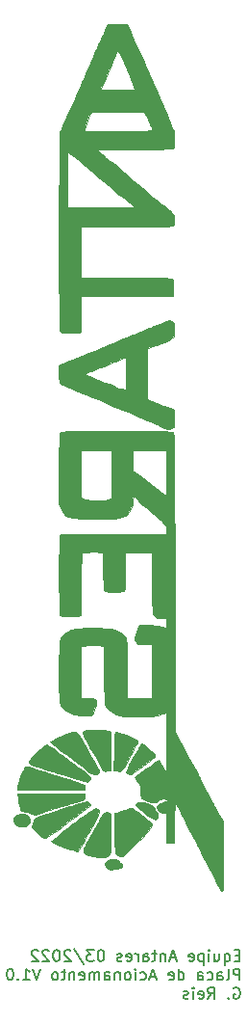
<source format=gbr>
%TF.GenerationSoftware,KiCad,Pcbnew,5.1.12-84ad8e8a86~92~ubuntu16.04.1*%
%TF.CreationDate,2022-03-26T09:40:31-03:00*%
%TF.ProjectId,BaseAurora,42617365-4175-4726-9f72-612e6b696361,rev?*%
%TF.SameCoordinates,Original*%
%TF.FileFunction,Legend,Bot*%
%TF.FilePolarity,Positive*%
%FSLAX46Y46*%
G04 Gerber Fmt 4.6, Leading zero omitted, Abs format (unit mm)*
G04 Created by KiCad (PCBNEW 5.1.12-84ad8e8a86~92~ubuntu16.04.1) date 2022-03-26 09:40:31*
%MOMM*%
%LPD*%
G01*
G04 APERTURE LIST*
%ADD10C,0.150000*%
%ADD11C,0.010000*%
G04 APERTURE END LIST*
D10*
X212414404Y-116778571D02*
X212081071Y-116778571D01*
X211938214Y-117302380D02*
X212414404Y-117302380D01*
X212414404Y-116302380D01*
X211938214Y-116302380D01*
X211081071Y-116635714D02*
X211081071Y-117635714D01*
X211081071Y-117254761D02*
X211176309Y-117302380D01*
X211366785Y-117302380D01*
X211462023Y-117254761D01*
X211509642Y-117207142D01*
X211557261Y-117111904D01*
X211557261Y-116826190D01*
X211509642Y-116730952D01*
X211462023Y-116683333D01*
X211366785Y-116635714D01*
X211176309Y-116635714D01*
X211081071Y-116683333D01*
X210176309Y-116635714D02*
X210176309Y-117302380D01*
X210604880Y-116635714D02*
X210604880Y-117159523D01*
X210557261Y-117254761D01*
X210462023Y-117302380D01*
X210319166Y-117302380D01*
X210223928Y-117254761D01*
X210176309Y-117207142D01*
X209700119Y-117302380D02*
X209700119Y-116635714D01*
X209700119Y-116302380D02*
X209747738Y-116350000D01*
X209700119Y-116397619D01*
X209652500Y-116350000D01*
X209700119Y-116302380D01*
X209700119Y-116397619D01*
X209223928Y-116635714D02*
X209223928Y-117635714D01*
X209223928Y-116683333D02*
X209128690Y-116635714D01*
X208938214Y-116635714D01*
X208842976Y-116683333D01*
X208795357Y-116730952D01*
X208747738Y-116826190D01*
X208747738Y-117111904D01*
X208795357Y-117207142D01*
X208842976Y-117254761D01*
X208938214Y-117302380D01*
X209128690Y-117302380D01*
X209223928Y-117254761D01*
X207938214Y-117254761D02*
X208033452Y-117302380D01*
X208223928Y-117302380D01*
X208319166Y-117254761D01*
X208366785Y-117159523D01*
X208366785Y-116778571D01*
X208319166Y-116683333D01*
X208223928Y-116635714D01*
X208033452Y-116635714D01*
X207938214Y-116683333D01*
X207890595Y-116778571D01*
X207890595Y-116873809D01*
X208366785Y-116969047D01*
X206747738Y-117016666D02*
X206271547Y-117016666D01*
X206842976Y-117302380D02*
X206509642Y-116302380D01*
X206176309Y-117302380D01*
X205842976Y-116635714D02*
X205842976Y-117302380D01*
X205842976Y-116730952D02*
X205795357Y-116683333D01*
X205700119Y-116635714D01*
X205557261Y-116635714D01*
X205462023Y-116683333D01*
X205414404Y-116778571D01*
X205414404Y-117302380D01*
X205081071Y-116635714D02*
X204700119Y-116635714D01*
X204938214Y-116302380D02*
X204938214Y-117159523D01*
X204890595Y-117254761D01*
X204795357Y-117302380D01*
X204700119Y-117302380D01*
X203938214Y-117302380D02*
X203938214Y-116778571D01*
X203985833Y-116683333D01*
X204081071Y-116635714D01*
X204271547Y-116635714D01*
X204366785Y-116683333D01*
X203938214Y-117254761D02*
X204033452Y-117302380D01*
X204271547Y-117302380D01*
X204366785Y-117254761D01*
X204414404Y-117159523D01*
X204414404Y-117064285D01*
X204366785Y-116969047D01*
X204271547Y-116921428D01*
X204033452Y-116921428D01*
X203938214Y-116873809D01*
X203462023Y-117302380D02*
X203462023Y-116635714D01*
X203462023Y-116826190D02*
X203414404Y-116730952D01*
X203366785Y-116683333D01*
X203271547Y-116635714D01*
X203176309Y-116635714D01*
X202462023Y-117254761D02*
X202557261Y-117302380D01*
X202747738Y-117302380D01*
X202842976Y-117254761D01*
X202890595Y-117159523D01*
X202890595Y-116778571D01*
X202842976Y-116683333D01*
X202747738Y-116635714D01*
X202557261Y-116635714D01*
X202462023Y-116683333D01*
X202414404Y-116778571D01*
X202414404Y-116873809D01*
X202890595Y-116969047D01*
X202033452Y-117254761D02*
X201938214Y-117302380D01*
X201747738Y-117302380D01*
X201652500Y-117254761D01*
X201604880Y-117159523D01*
X201604880Y-117111904D01*
X201652500Y-117016666D01*
X201747738Y-116969047D01*
X201890595Y-116969047D01*
X201985833Y-116921428D01*
X202033452Y-116826190D01*
X202033452Y-116778571D01*
X201985833Y-116683333D01*
X201890595Y-116635714D01*
X201747738Y-116635714D01*
X201652500Y-116683333D01*
X200223928Y-116302380D02*
X200128690Y-116302380D01*
X200033452Y-116350000D01*
X199985833Y-116397619D01*
X199938214Y-116492857D01*
X199890595Y-116683333D01*
X199890595Y-116921428D01*
X199938214Y-117111904D01*
X199985833Y-117207142D01*
X200033452Y-117254761D01*
X200128690Y-117302380D01*
X200223928Y-117302380D01*
X200319166Y-117254761D01*
X200366785Y-117207142D01*
X200414404Y-117111904D01*
X200462023Y-116921428D01*
X200462023Y-116683333D01*
X200414404Y-116492857D01*
X200366785Y-116397619D01*
X200319166Y-116350000D01*
X200223928Y-116302380D01*
X199557261Y-116302380D02*
X198938214Y-116302380D01*
X199271547Y-116683333D01*
X199128690Y-116683333D01*
X199033452Y-116730952D01*
X198985833Y-116778571D01*
X198938214Y-116873809D01*
X198938214Y-117111904D01*
X198985833Y-117207142D01*
X199033452Y-117254761D01*
X199128690Y-117302380D01*
X199414404Y-117302380D01*
X199509642Y-117254761D01*
X199557261Y-117207142D01*
X197795357Y-116254761D02*
X198652500Y-117540476D01*
X197509642Y-116397619D02*
X197462023Y-116350000D01*
X197366785Y-116302380D01*
X197128690Y-116302380D01*
X197033452Y-116350000D01*
X196985833Y-116397619D01*
X196938214Y-116492857D01*
X196938214Y-116588095D01*
X196985833Y-116730952D01*
X197557261Y-117302380D01*
X196938214Y-117302380D01*
X196319166Y-116302380D02*
X196223928Y-116302380D01*
X196128690Y-116350000D01*
X196081071Y-116397619D01*
X196033452Y-116492857D01*
X195985833Y-116683333D01*
X195985833Y-116921428D01*
X196033452Y-117111904D01*
X196081071Y-117207142D01*
X196128690Y-117254761D01*
X196223928Y-117302380D01*
X196319166Y-117302380D01*
X196414404Y-117254761D01*
X196462023Y-117207142D01*
X196509642Y-117111904D01*
X196557261Y-116921428D01*
X196557261Y-116683333D01*
X196509642Y-116492857D01*
X196462023Y-116397619D01*
X196414404Y-116350000D01*
X196319166Y-116302380D01*
X195604880Y-116397619D02*
X195557261Y-116350000D01*
X195462023Y-116302380D01*
X195223928Y-116302380D01*
X195128690Y-116350000D01*
X195081071Y-116397619D01*
X195033452Y-116492857D01*
X195033452Y-116588095D01*
X195081071Y-116730952D01*
X195652500Y-117302380D01*
X195033452Y-117302380D01*
X194652500Y-116397619D02*
X194604880Y-116350000D01*
X194509642Y-116302380D01*
X194271547Y-116302380D01*
X194176309Y-116350000D01*
X194128690Y-116397619D01*
X194081071Y-116492857D01*
X194081071Y-116588095D01*
X194128690Y-116730952D01*
X194700119Y-117302380D01*
X194081071Y-117302380D01*
X212414404Y-118952380D02*
X212414404Y-117952380D01*
X212033452Y-117952380D01*
X211938214Y-118000000D01*
X211890595Y-118047619D01*
X211842976Y-118142857D01*
X211842976Y-118285714D01*
X211890595Y-118380952D01*
X211938214Y-118428571D01*
X212033452Y-118476190D01*
X212414404Y-118476190D01*
X211271547Y-118952380D02*
X211366785Y-118904761D01*
X211414404Y-118809523D01*
X211414404Y-117952380D01*
X210462023Y-118952380D02*
X210462023Y-118428571D01*
X210509642Y-118333333D01*
X210604880Y-118285714D01*
X210795357Y-118285714D01*
X210890595Y-118333333D01*
X210462023Y-118904761D02*
X210557261Y-118952380D01*
X210795357Y-118952380D01*
X210890595Y-118904761D01*
X210938214Y-118809523D01*
X210938214Y-118714285D01*
X210890595Y-118619047D01*
X210795357Y-118571428D01*
X210557261Y-118571428D01*
X210462023Y-118523809D01*
X209557261Y-118904761D02*
X209652500Y-118952380D01*
X209842976Y-118952380D01*
X209938214Y-118904761D01*
X209985833Y-118857142D01*
X210033452Y-118761904D01*
X210033452Y-118476190D01*
X209985833Y-118380952D01*
X209938214Y-118333333D01*
X209842976Y-118285714D01*
X209652500Y-118285714D01*
X209557261Y-118333333D01*
X208700119Y-118952380D02*
X208700119Y-118428571D01*
X208747738Y-118333333D01*
X208842976Y-118285714D01*
X209033452Y-118285714D01*
X209128690Y-118333333D01*
X208700119Y-118904761D02*
X208795357Y-118952380D01*
X209033452Y-118952380D01*
X209128690Y-118904761D01*
X209176309Y-118809523D01*
X209176309Y-118714285D01*
X209128690Y-118619047D01*
X209033452Y-118571428D01*
X208795357Y-118571428D01*
X208700119Y-118523809D01*
X207033452Y-118952380D02*
X207033452Y-117952380D01*
X207033452Y-118904761D02*
X207128690Y-118952380D01*
X207319166Y-118952380D01*
X207414404Y-118904761D01*
X207462023Y-118857142D01*
X207509642Y-118761904D01*
X207509642Y-118476190D01*
X207462023Y-118380952D01*
X207414404Y-118333333D01*
X207319166Y-118285714D01*
X207128690Y-118285714D01*
X207033452Y-118333333D01*
X206176309Y-118904761D02*
X206271547Y-118952380D01*
X206462023Y-118952380D01*
X206557261Y-118904761D01*
X206604880Y-118809523D01*
X206604880Y-118428571D01*
X206557261Y-118333333D01*
X206462023Y-118285714D01*
X206271547Y-118285714D01*
X206176309Y-118333333D01*
X206128690Y-118428571D01*
X206128690Y-118523809D01*
X206604880Y-118619047D01*
X204985833Y-118666666D02*
X204509642Y-118666666D01*
X205081071Y-118952380D02*
X204747738Y-117952380D01*
X204414404Y-118952380D01*
X203652500Y-118904761D02*
X203747738Y-118952380D01*
X203938214Y-118952380D01*
X204033452Y-118904761D01*
X204081071Y-118857142D01*
X204128690Y-118761904D01*
X204128690Y-118476190D01*
X204081071Y-118380952D01*
X204033452Y-118333333D01*
X203938214Y-118285714D01*
X203747738Y-118285714D01*
X203652500Y-118333333D01*
X203223928Y-118952380D02*
X203223928Y-118285714D01*
X203223928Y-117952380D02*
X203271547Y-118000000D01*
X203223928Y-118047619D01*
X203176309Y-118000000D01*
X203223928Y-117952380D01*
X203223928Y-118047619D01*
X202604880Y-118952380D02*
X202700119Y-118904761D01*
X202747738Y-118857142D01*
X202795357Y-118761904D01*
X202795357Y-118476190D01*
X202747738Y-118380952D01*
X202700119Y-118333333D01*
X202604880Y-118285714D01*
X202462023Y-118285714D01*
X202366785Y-118333333D01*
X202319166Y-118380952D01*
X202271547Y-118476190D01*
X202271547Y-118761904D01*
X202319166Y-118857142D01*
X202366785Y-118904761D01*
X202462023Y-118952380D01*
X202604880Y-118952380D01*
X201842976Y-118285714D02*
X201842976Y-118952380D01*
X201842976Y-118380952D02*
X201795357Y-118333333D01*
X201700119Y-118285714D01*
X201557261Y-118285714D01*
X201462023Y-118333333D01*
X201414404Y-118428571D01*
X201414404Y-118952380D01*
X200509642Y-118952380D02*
X200509642Y-118428571D01*
X200557261Y-118333333D01*
X200652500Y-118285714D01*
X200842976Y-118285714D01*
X200938214Y-118333333D01*
X200509642Y-118904761D02*
X200604880Y-118952380D01*
X200842976Y-118952380D01*
X200938214Y-118904761D01*
X200985833Y-118809523D01*
X200985833Y-118714285D01*
X200938214Y-118619047D01*
X200842976Y-118571428D01*
X200604880Y-118571428D01*
X200509642Y-118523809D01*
X200033452Y-118952380D02*
X200033452Y-118285714D01*
X200033452Y-118380952D02*
X199985833Y-118333333D01*
X199890595Y-118285714D01*
X199747738Y-118285714D01*
X199652500Y-118333333D01*
X199604880Y-118428571D01*
X199604880Y-118952380D01*
X199604880Y-118428571D02*
X199557261Y-118333333D01*
X199462023Y-118285714D01*
X199319166Y-118285714D01*
X199223928Y-118333333D01*
X199176309Y-118428571D01*
X199176309Y-118952380D01*
X198319166Y-118904761D02*
X198414404Y-118952380D01*
X198604880Y-118952380D01*
X198700119Y-118904761D01*
X198747738Y-118809523D01*
X198747738Y-118428571D01*
X198700119Y-118333333D01*
X198604880Y-118285714D01*
X198414404Y-118285714D01*
X198319166Y-118333333D01*
X198271547Y-118428571D01*
X198271547Y-118523809D01*
X198747738Y-118619047D01*
X197842976Y-118285714D02*
X197842976Y-118952380D01*
X197842976Y-118380952D02*
X197795357Y-118333333D01*
X197700119Y-118285714D01*
X197557261Y-118285714D01*
X197462023Y-118333333D01*
X197414404Y-118428571D01*
X197414404Y-118952380D01*
X197081071Y-118285714D02*
X196700119Y-118285714D01*
X196938214Y-117952380D02*
X196938214Y-118809523D01*
X196890595Y-118904761D01*
X196795357Y-118952380D01*
X196700119Y-118952380D01*
X196223928Y-118952380D02*
X196319166Y-118904761D01*
X196366785Y-118857142D01*
X196414404Y-118761904D01*
X196414404Y-118476190D01*
X196366785Y-118380952D01*
X196319166Y-118333333D01*
X196223928Y-118285714D01*
X196081071Y-118285714D01*
X195985833Y-118333333D01*
X195938214Y-118380952D01*
X195890595Y-118476190D01*
X195890595Y-118761904D01*
X195938214Y-118857142D01*
X195985833Y-118904761D01*
X196081071Y-118952380D01*
X196223928Y-118952380D01*
X194842976Y-117952380D02*
X194509642Y-118952380D01*
X194176309Y-117952380D01*
X193319166Y-118952380D02*
X193890595Y-118952380D01*
X193604880Y-118952380D02*
X193604880Y-117952380D01*
X193700119Y-118095238D01*
X193795357Y-118190476D01*
X193890595Y-118238095D01*
X192890595Y-118857142D02*
X192842976Y-118904761D01*
X192890595Y-118952380D01*
X192938214Y-118904761D01*
X192890595Y-118857142D01*
X192890595Y-118952380D01*
X192223928Y-117952380D02*
X192128690Y-117952380D01*
X192033452Y-118000000D01*
X191985833Y-118047619D01*
X191938214Y-118142857D01*
X191890595Y-118333333D01*
X191890595Y-118571428D01*
X191938214Y-118761904D01*
X191985833Y-118857142D01*
X192033452Y-118904761D01*
X192128690Y-118952380D01*
X192223928Y-118952380D01*
X192319166Y-118904761D01*
X192366785Y-118857142D01*
X192414404Y-118761904D01*
X192462023Y-118571428D01*
X192462023Y-118333333D01*
X192414404Y-118142857D01*
X192366785Y-118047619D01*
X192319166Y-118000000D01*
X192223928Y-117952380D01*
X211890595Y-119650000D02*
X211985833Y-119602380D01*
X212128690Y-119602380D01*
X212271547Y-119650000D01*
X212366785Y-119745238D01*
X212414404Y-119840476D01*
X212462023Y-120030952D01*
X212462023Y-120173809D01*
X212414404Y-120364285D01*
X212366785Y-120459523D01*
X212271547Y-120554761D01*
X212128690Y-120602380D01*
X212033452Y-120602380D01*
X211890595Y-120554761D01*
X211842976Y-120507142D01*
X211842976Y-120173809D01*
X212033452Y-120173809D01*
X211414404Y-120507142D02*
X211366785Y-120554761D01*
X211414404Y-120602380D01*
X211462023Y-120554761D01*
X211414404Y-120507142D01*
X211414404Y-120602380D01*
X209604880Y-120602380D02*
X209938214Y-120126190D01*
X210176309Y-120602380D02*
X210176309Y-119602380D01*
X209795357Y-119602380D01*
X209700119Y-119650000D01*
X209652500Y-119697619D01*
X209604880Y-119792857D01*
X209604880Y-119935714D01*
X209652500Y-120030952D01*
X209700119Y-120078571D01*
X209795357Y-120126190D01*
X210176309Y-120126190D01*
X208795357Y-120554761D02*
X208890595Y-120602380D01*
X209081071Y-120602380D01*
X209176309Y-120554761D01*
X209223928Y-120459523D01*
X209223928Y-120078571D01*
X209176309Y-119983333D01*
X209081071Y-119935714D01*
X208890595Y-119935714D01*
X208795357Y-119983333D01*
X208747738Y-120078571D01*
X208747738Y-120173809D01*
X209223928Y-120269047D01*
X208319166Y-120602380D02*
X208319166Y-119935714D01*
X208319166Y-119602380D02*
X208366785Y-119650000D01*
X208319166Y-119697619D01*
X208271547Y-119650000D01*
X208319166Y-119602380D01*
X208319166Y-119697619D01*
X207890595Y-120554761D02*
X207795357Y-120602380D01*
X207604880Y-120602380D01*
X207509642Y-120554761D01*
X207462023Y-120459523D01*
X207462023Y-120411904D01*
X207509642Y-120316666D01*
X207604880Y-120269047D01*
X207747738Y-120269047D01*
X207842976Y-120221428D01*
X207890595Y-120126190D01*
X207890595Y-120078571D01*
X207842976Y-119983333D01*
X207747738Y-119935714D01*
X207604880Y-119935714D01*
X207509642Y-119983333D01*
D11*
%TO.C,G\u002A\u002A\u002A*%
G36*
X192574115Y-105207133D02*
G01*
X192748462Y-105391113D01*
X193041868Y-105484918D01*
X193256145Y-105498500D01*
X193521996Y-105477153D01*
X193702445Y-105396588D01*
X193779854Y-105331186D01*
X193928108Y-105105447D01*
X193956637Y-104855716D01*
X193867796Y-104625676D01*
X193734944Y-104498375D01*
X193436225Y-104380366D01*
X193091779Y-104364894D01*
X192827933Y-104428506D01*
X192650181Y-104517312D01*
X192556209Y-104630880D01*
X192520846Y-104809994D01*
X192517296Y-104931806D01*
X192574115Y-105207133D01*
G37*
X192574115Y-105207133D02*
X192748462Y-105391113D01*
X193041868Y-105484918D01*
X193256145Y-105498500D01*
X193521996Y-105477153D01*
X193702445Y-105396588D01*
X193779854Y-105331186D01*
X193928108Y-105105447D01*
X193956637Y-104855716D01*
X193867796Y-104625676D01*
X193734944Y-104498375D01*
X193436225Y-104380366D01*
X193091779Y-104364894D01*
X192827933Y-104428506D01*
X192650181Y-104517312D01*
X192556209Y-104630880D01*
X192520846Y-104809994D01*
X192517296Y-104931806D01*
X192574115Y-105207133D01*
G36*
X192887077Y-103039055D02*
G01*
X192931475Y-103326160D01*
X192991625Y-103614620D01*
X193046921Y-103816930D01*
X193116666Y-104003967D01*
X193193309Y-104100474D01*
X193318384Y-104140236D01*
X193459518Y-104152556D01*
X193712844Y-104199637D01*
X193908087Y-104288306D01*
X193917140Y-104295431D01*
X194095233Y-104390836D01*
X194326723Y-104409134D01*
X194641365Y-104349510D01*
X194905324Y-104268327D01*
X195300144Y-104137091D01*
X195708096Y-104004615D01*
X196097649Y-103880769D01*
X196437271Y-103775423D01*
X196695433Y-103698446D01*
X196840604Y-103659709D01*
X196858292Y-103657000D01*
X196958271Y-103632068D01*
X197170365Y-103565906D01*
X197453536Y-103471458D01*
X197532142Y-103444419D01*
X197873807Y-103329253D01*
X198200577Y-103224294D01*
X198446620Y-103150632D01*
X198463833Y-103145912D01*
X198670328Y-103077807D01*
X198760324Y-102992779D01*
X198781218Y-102841985D01*
X198781333Y-102818743D01*
X198781333Y-102577500D01*
X192831310Y-102577500D01*
X192887077Y-103039055D01*
G37*
X192887077Y-103039055D02*
X192931475Y-103326160D01*
X192991625Y-103614620D01*
X193046921Y-103816930D01*
X193116666Y-104003967D01*
X193193309Y-104100474D01*
X193318384Y-104140236D01*
X193459518Y-104152556D01*
X193712844Y-104199637D01*
X193908087Y-104288306D01*
X193917140Y-104295431D01*
X194095233Y-104390836D01*
X194326723Y-104409134D01*
X194641365Y-104349510D01*
X194905324Y-104268327D01*
X195300144Y-104137091D01*
X195708096Y-104004615D01*
X196097649Y-103880769D01*
X196437271Y-103775423D01*
X196695433Y-103698446D01*
X196840604Y-103659709D01*
X196858292Y-103657000D01*
X196958271Y-103632068D01*
X197170365Y-103565906D01*
X197453536Y-103471458D01*
X197532142Y-103444419D01*
X197873807Y-103329253D01*
X198200577Y-103224294D01*
X198446620Y-103150632D01*
X198463833Y-103145912D01*
X198670328Y-103077807D01*
X198760324Y-102992779D01*
X198781218Y-102841985D01*
X198781333Y-102818743D01*
X198781333Y-102577500D01*
X192831310Y-102577500D01*
X192887077Y-103039055D01*
G36*
X195796833Y-102244947D02*
G01*
X198739000Y-102228250D01*
X198760764Y-102006000D01*
X198782529Y-101783750D01*
X197787098Y-101472857D01*
X197372246Y-101342431D01*
X196981714Y-101218119D01*
X196659800Y-101114116D01*
X196453000Y-101045373D01*
X196145303Y-100949032D01*
X195807208Y-100856409D01*
X195733333Y-100838273D01*
X195496658Y-100774571D01*
X195156639Y-100673590D01*
X194764012Y-100550725D01*
X194469450Y-100454773D01*
X194062639Y-100324318D01*
X193784504Y-100247245D01*
X193613243Y-100218694D01*
X193527056Y-100233805D01*
X193517339Y-100242515D01*
X193389033Y-100438151D01*
X193250836Y-100723042D01*
X193115747Y-101060608D01*
X192996761Y-101414269D01*
X192906876Y-101747446D01*
X192859087Y-102023558D01*
X192854666Y-102107658D01*
X192854666Y-102261645D01*
X195796833Y-102244947D01*
G37*
X195796833Y-102244947D02*
X198739000Y-102228250D01*
X198760764Y-102006000D01*
X198782529Y-101783750D01*
X197787098Y-101472857D01*
X197372246Y-101342431D01*
X196981714Y-101218119D01*
X196659800Y-101114116D01*
X196453000Y-101045373D01*
X196145303Y-100949032D01*
X195807208Y-100856409D01*
X195733333Y-100838273D01*
X195496658Y-100774571D01*
X195156639Y-100673590D01*
X194764012Y-100550725D01*
X194469450Y-100454773D01*
X194062639Y-100324318D01*
X193784504Y-100247245D01*
X193613243Y-100218694D01*
X193527056Y-100233805D01*
X193517339Y-100242515D01*
X193389033Y-100438151D01*
X193250836Y-100723042D01*
X193115747Y-101060608D01*
X192996761Y-101414269D01*
X192906876Y-101747446D01*
X192859087Y-102023558D01*
X192854666Y-102107658D01*
X192854666Y-102261645D01*
X195796833Y-102244947D01*
G36*
X194117889Y-105543860D02*
G01*
X194268562Y-105730570D01*
X194509180Y-105963896D01*
X194705911Y-106146074D01*
X194867805Y-106290299D01*
X195010601Y-106391572D01*
X195150040Y-106444896D01*
X195301861Y-106445271D01*
X195481804Y-106387700D01*
X195705609Y-106267184D01*
X195989016Y-106078724D01*
X196347766Y-105817324D01*
X196797597Y-105477983D01*
X197343497Y-105063839D01*
X197811974Y-104708722D01*
X198239905Y-104382987D01*
X198613282Y-104097402D01*
X198918101Y-103862735D01*
X199140356Y-103689752D01*
X199266040Y-103589221D01*
X199289333Y-103567919D01*
X199242005Y-103507101D01*
X199131354Y-103397747D01*
X198973374Y-103251425D01*
X198348187Y-103447836D01*
X198005604Y-103553883D01*
X197683307Y-103650969D01*
X197445431Y-103719807D01*
X197426666Y-103724965D01*
X197214576Y-103787902D01*
X196878483Y-103893882D01*
X196448380Y-104033135D01*
X195954262Y-104195889D01*
X195426124Y-104372375D01*
X195081811Y-104488801D01*
X194852261Y-104561378D01*
X194685299Y-104604410D01*
X194647678Y-104609500D01*
X194507847Y-104668195D01*
X194368037Y-104827218D01*
X194250281Y-105060975D01*
X194243702Y-105078735D01*
X194170902Y-105266221D01*
X194106247Y-105411372D01*
X194092672Y-105436821D01*
X194117889Y-105543860D01*
G37*
X194117889Y-105543860D02*
X194268562Y-105730570D01*
X194509180Y-105963896D01*
X194705911Y-106146074D01*
X194867805Y-106290299D01*
X195010601Y-106391572D01*
X195150040Y-106444896D01*
X195301861Y-106445271D01*
X195481804Y-106387700D01*
X195705609Y-106267184D01*
X195989016Y-106078724D01*
X196347766Y-105817324D01*
X196797597Y-105477983D01*
X197343497Y-105063839D01*
X197811974Y-104708722D01*
X198239905Y-104382987D01*
X198613282Y-104097402D01*
X198918101Y-103862735D01*
X199140356Y-103689752D01*
X199266040Y-103589221D01*
X199289333Y-103567919D01*
X199242005Y-103507101D01*
X199131354Y-103397747D01*
X198973374Y-103251425D01*
X198348187Y-103447836D01*
X198005604Y-103553883D01*
X197683307Y-103650969D01*
X197445431Y-103719807D01*
X197426666Y-103724965D01*
X197214576Y-103787902D01*
X196878483Y-103893882D01*
X196448380Y-104033135D01*
X195954262Y-104195889D01*
X195426124Y-104372375D01*
X195081811Y-104488801D01*
X194852261Y-104561378D01*
X194685299Y-104604410D01*
X194647678Y-104609500D01*
X194507847Y-104668195D01*
X194368037Y-104827218D01*
X194250281Y-105060975D01*
X194243702Y-105078735D01*
X194170902Y-105266221D01*
X194106247Y-105411372D01*
X194092672Y-105436821D01*
X194117889Y-105543860D01*
G36*
X193818675Y-99882772D02*
G01*
X193920715Y-99962750D01*
X194126176Y-100059253D01*
X194271833Y-100112068D01*
X194590402Y-100216378D01*
X194912470Y-100322330D01*
X195013666Y-100355764D01*
X195255694Y-100433283D01*
X195590905Y-100537365D01*
X195954910Y-100648067D01*
X196029666Y-100670492D01*
X196369884Y-100773528D01*
X196811809Y-100909172D01*
X197301130Y-101060668D01*
X197783537Y-101211262D01*
X197838397Y-101228482D01*
X198969795Y-101583847D01*
X199127681Y-101429798D01*
X199241352Y-101289245D01*
X199284893Y-101180500D01*
X199226823Y-101113707D01*
X199062565Y-100969302D01*
X198806535Y-100758824D01*
X198473148Y-100493808D01*
X198076819Y-100185791D01*
X197631962Y-99846312D01*
X197391031Y-99664769D01*
X196925176Y-99317997D01*
X196495326Y-99003311D01*
X196116482Y-98731280D01*
X195803642Y-98512472D01*
X195571808Y-98357455D01*
X195435980Y-98276797D01*
X195408193Y-98267769D01*
X195294498Y-98331691D01*
X195105628Y-98472366D01*
X194869321Y-98665695D01*
X194613313Y-98887577D01*
X194365344Y-99113913D01*
X194153150Y-99320602D01*
X194004470Y-99483544D01*
X193994522Y-99496045D01*
X193875148Y-99677628D01*
X193816123Y-99826900D01*
X193818675Y-99882772D01*
G37*
X193818675Y-99882772D02*
X193920715Y-99962750D01*
X194126176Y-100059253D01*
X194271833Y-100112068D01*
X194590402Y-100216378D01*
X194912470Y-100322330D01*
X195013666Y-100355764D01*
X195255694Y-100433283D01*
X195590905Y-100537365D01*
X195954910Y-100648067D01*
X196029666Y-100670492D01*
X196369884Y-100773528D01*
X196811809Y-100909172D01*
X197301130Y-101060668D01*
X197783537Y-101211262D01*
X197838397Y-101228482D01*
X198969795Y-101583847D01*
X199127681Y-101429798D01*
X199241352Y-101289245D01*
X199284893Y-101180500D01*
X199226823Y-101113707D01*
X199062565Y-100969302D01*
X198806535Y-100758824D01*
X198473148Y-100493808D01*
X198076819Y-100185791D01*
X197631962Y-99846312D01*
X197391031Y-99664769D01*
X196925176Y-99317997D01*
X196495326Y-99003311D01*
X196116482Y-98731280D01*
X195803642Y-98512472D01*
X195571808Y-98357455D01*
X195435980Y-98276797D01*
X195408193Y-98267769D01*
X195294498Y-98331691D01*
X195105628Y-98472366D01*
X194869321Y-98665695D01*
X194613313Y-98887577D01*
X194365344Y-99113913D01*
X194153150Y-99320602D01*
X194004470Y-99483544D01*
X193994522Y-99496045D01*
X193875148Y-99677628D01*
X193816123Y-99826900D01*
X193818675Y-99882772D01*
G36*
X195891936Y-106800439D02*
G01*
X196066866Y-106905810D01*
X196308400Y-107032468D01*
X196575975Y-107160018D01*
X196829030Y-107268067D01*
X197003333Y-107329613D01*
X197203283Y-107388979D01*
X197482147Y-107472668D01*
X197654028Y-107524572D01*
X197900557Y-107597380D01*
X198075658Y-107645662D01*
X198129917Y-107657500D01*
X198178156Y-107602526D01*
X198274999Y-107453714D01*
X198406442Y-107235226D01*
X198558482Y-106971223D01*
X198717116Y-106685869D01*
X198868338Y-106403324D01*
X198957973Y-106228750D01*
X199049313Y-106049890D01*
X199142269Y-105875931D01*
X199250823Y-105682406D01*
X199388958Y-105444847D01*
X199570655Y-105138786D01*
X199788510Y-104775341D01*
X199965941Y-104444393D01*
X200042708Y-104201280D01*
X200019578Y-104032142D01*
X199897319Y-103923120D01*
X199837062Y-103898556D01*
X199772967Y-103881711D01*
X199703564Y-103882096D01*
X199615201Y-103908431D01*
X199494226Y-103969440D01*
X199326985Y-104073845D01*
X199099827Y-104230368D01*
X198799100Y-104447733D01*
X198411151Y-104734660D01*
X197922327Y-105099874D01*
X197722900Y-105249292D01*
X197258509Y-105599309D01*
X196835270Y-105922074D01*
X196467514Y-106206362D01*
X196169574Y-106440944D01*
X195955779Y-106614593D01*
X195840463Y-106716083D01*
X195824172Y-106736750D01*
X195891936Y-106800439D01*
G37*
X195891936Y-106800439D02*
X196066866Y-106905810D01*
X196308400Y-107032468D01*
X196575975Y-107160018D01*
X196829030Y-107268067D01*
X197003333Y-107329613D01*
X197203283Y-107388979D01*
X197482147Y-107472668D01*
X197654028Y-107524572D01*
X197900557Y-107597380D01*
X198075658Y-107645662D01*
X198129917Y-107657500D01*
X198178156Y-107602526D01*
X198274999Y-107453714D01*
X198406442Y-107235226D01*
X198558482Y-106971223D01*
X198717116Y-106685869D01*
X198868338Y-106403324D01*
X198957973Y-106228750D01*
X199049313Y-106049890D01*
X199142269Y-105875931D01*
X199250823Y-105682406D01*
X199388958Y-105444847D01*
X199570655Y-105138786D01*
X199788510Y-104775341D01*
X199965941Y-104444393D01*
X200042708Y-104201280D01*
X200019578Y-104032142D01*
X199897319Y-103923120D01*
X199837062Y-103898556D01*
X199772967Y-103881711D01*
X199703564Y-103882096D01*
X199615201Y-103908431D01*
X199494226Y-103969440D01*
X199326985Y-104073845D01*
X199099827Y-104230368D01*
X198799100Y-104447733D01*
X198411151Y-104734660D01*
X197922327Y-105099874D01*
X197722900Y-105249292D01*
X197258509Y-105599309D01*
X196835270Y-105922074D01*
X196467514Y-106206362D01*
X196169574Y-106440944D01*
X195955779Y-106614593D01*
X195840463Y-106716083D01*
X195824172Y-106736750D01*
X195891936Y-106800439D01*
G36*
X195790083Y-98095700D02*
G01*
X195947704Y-98224899D01*
X196187251Y-98414707D01*
X196489777Y-98650559D01*
X196836339Y-98917887D01*
X197207991Y-99202126D01*
X197585787Y-99488709D01*
X197950783Y-99763069D01*
X198284033Y-100010640D01*
X198495251Y-100165265D01*
X198730805Y-100347319D01*
X198949738Y-100534257D01*
X199026098Y-100606552D01*
X199300452Y-100810291D01*
X199591091Y-100890973D01*
X199839666Y-100863000D01*
X200014976Y-100762659D01*
X200048749Y-100658196D01*
X200014172Y-100552314D01*
X199920461Y-100354786D01*
X199779848Y-100089135D01*
X199604562Y-99778888D01*
X199494956Y-99593000D01*
X199295526Y-99256150D01*
X199112324Y-98939883D01*
X198960807Y-98671384D01*
X198856432Y-98477838D01*
X198827020Y-98418250D01*
X198738171Y-98238149D01*
X198607429Y-97988743D01*
X198459747Y-97717410D01*
X198425654Y-97656250D01*
X198258497Y-97379855D01*
X198106278Y-97209289D01*
X197934654Y-97136217D01*
X197709281Y-97152303D01*
X197395818Y-97249213D01*
X197144495Y-97345315D01*
X196838459Y-97472630D01*
X196516241Y-97617638D01*
X196211282Y-97763838D01*
X195957019Y-97894728D01*
X195786893Y-97993808D01*
X195733333Y-98041679D01*
X195790083Y-98095700D01*
G37*
X195790083Y-98095700D02*
X195947704Y-98224899D01*
X196187251Y-98414707D01*
X196489777Y-98650559D01*
X196836339Y-98917887D01*
X197207991Y-99202126D01*
X197585787Y-99488709D01*
X197950783Y-99763069D01*
X198284033Y-100010640D01*
X198495251Y-100165265D01*
X198730805Y-100347319D01*
X198949738Y-100534257D01*
X199026098Y-100606552D01*
X199300452Y-100810291D01*
X199591091Y-100890973D01*
X199839666Y-100863000D01*
X200014976Y-100762659D01*
X200048749Y-100658196D01*
X200014172Y-100552314D01*
X199920461Y-100354786D01*
X199779848Y-100089135D01*
X199604562Y-99778888D01*
X199494956Y-99593000D01*
X199295526Y-99256150D01*
X199112324Y-98939883D01*
X198960807Y-98671384D01*
X198856432Y-98477838D01*
X198827020Y-98418250D01*
X198738171Y-98238149D01*
X198607429Y-97988743D01*
X198459747Y-97717410D01*
X198425654Y-97656250D01*
X198258497Y-97379855D01*
X198106278Y-97209289D01*
X197934654Y-97136217D01*
X197709281Y-97152303D01*
X197395818Y-97249213D01*
X197144495Y-97345315D01*
X196838459Y-97472630D01*
X196516241Y-97617638D01*
X196211282Y-97763838D01*
X195957019Y-97894728D01*
X195786893Y-97993808D01*
X195733333Y-98041679D01*
X195790083Y-98095700D01*
G36*
X198652365Y-107791432D02*
G01*
X198737416Y-107862709D01*
X198904704Y-107921156D01*
X199083587Y-107971207D01*
X199552325Y-108097972D01*
X199898052Y-108177086D01*
X200152707Y-108212120D01*
X200348231Y-108206646D01*
X200516563Y-108164232D01*
X200581309Y-108138633D01*
X200720522Y-108078246D01*
X200830249Y-108019450D01*
X200913995Y-107947277D01*
X200975269Y-107846759D01*
X201017579Y-107702928D01*
X201044432Y-107500817D01*
X201059335Y-107225456D01*
X201065797Y-106861879D01*
X201067325Y-106395118D01*
X201067333Y-106064657D01*
X201066383Y-105540345D01*
X201062849Y-105129218D01*
X201055701Y-104817469D01*
X201043910Y-104591287D01*
X201026448Y-104436864D01*
X201002286Y-104340390D01*
X200970395Y-104288057D01*
X200933408Y-104267043D01*
X200666610Y-104221187D01*
X200468036Y-104271623D01*
X200304416Y-104430975D01*
X200240065Y-104530125D01*
X200110136Y-104766823D01*
X199994050Y-105006890D01*
X199960673Y-105085750D01*
X199867199Y-105291972D01*
X199766172Y-105473386D01*
X199749431Y-105498500D01*
X199597765Y-105729218D01*
X199420229Y-106019568D01*
X199234607Y-106338029D01*
X199058682Y-106653082D01*
X198910235Y-106933205D01*
X198807050Y-107146877D01*
X198776686Y-107222721D01*
X198683394Y-107499227D01*
X198638156Y-107679534D01*
X198652365Y-107791432D01*
G37*
X198652365Y-107791432D02*
X198737416Y-107862709D01*
X198904704Y-107921156D01*
X199083587Y-107971207D01*
X199552325Y-108097972D01*
X199898052Y-108177086D01*
X200152707Y-108212120D01*
X200348231Y-108206646D01*
X200516563Y-108164232D01*
X200581309Y-108138633D01*
X200720522Y-108078246D01*
X200830249Y-108019450D01*
X200913995Y-107947277D01*
X200975269Y-107846759D01*
X201017579Y-107702928D01*
X201044432Y-107500817D01*
X201059335Y-107225456D01*
X201065797Y-106861879D01*
X201067325Y-106395118D01*
X201067333Y-106064657D01*
X201066383Y-105540345D01*
X201062849Y-105129218D01*
X201055701Y-104817469D01*
X201043910Y-104591287D01*
X201026448Y-104436864D01*
X201002286Y-104340390D01*
X200970395Y-104288057D01*
X200933408Y-104267043D01*
X200666610Y-104221187D01*
X200468036Y-104271623D01*
X200304416Y-104430975D01*
X200240065Y-104530125D01*
X200110136Y-104766823D01*
X199994050Y-105006890D01*
X199960673Y-105085750D01*
X199867199Y-105291972D01*
X199766172Y-105473386D01*
X199749431Y-105498500D01*
X199597765Y-105729218D01*
X199420229Y-106019568D01*
X199234607Y-106338029D01*
X199058682Y-106653082D01*
X198910235Y-106933205D01*
X198807050Y-107146877D01*
X198776686Y-107222721D01*
X198683394Y-107499227D01*
X198638156Y-107679534D01*
X198652365Y-107791432D01*
G36*
X198600539Y-97283835D02*
G01*
X198687679Y-97496853D01*
X198851315Y-97801280D01*
X199005603Y-98076940D01*
X199113456Y-98293211D01*
X199185745Y-98481726D01*
X199204666Y-98575773D01*
X199257734Y-98718429D01*
X199387464Y-98879683D01*
X199407090Y-98897841D01*
X199536782Y-99047143D01*
X199688133Y-99270763D01*
X199830004Y-99522349D01*
X199839869Y-99542008D01*
X200031679Y-99925156D01*
X200175190Y-100204084D01*
X200278813Y-100394240D01*
X200350958Y-100511069D01*
X200399253Y-100569331D01*
X200516483Y-100595359D01*
X200723704Y-100587518D01*
X200764675Y-100582329D01*
X201067333Y-100539745D01*
X201067333Y-98826129D01*
X201066588Y-98312812D01*
X201063547Y-97912145D01*
X201057003Y-97609781D01*
X201045746Y-97391373D01*
X201028568Y-97242572D01*
X201004261Y-97149032D01*
X200971617Y-97096406D01*
X200929427Y-97070345D01*
X200919166Y-97066882D01*
X200781480Y-97049666D01*
X200511802Y-97035422D01*
X200147462Y-97025514D01*
X199725787Y-97021307D01*
X199670333Y-97021250D01*
X199221542Y-97020922D01*
X198900397Y-97030770D01*
X198696668Y-97067040D01*
X198600125Y-97145980D01*
X198600539Y-97283835D01*
G37*
X198600539Y-97283835D02*
X198687679Y-97496853D01*
X198851315Y-97801280D01*
X199005603Y-98076940D01*
X199113456Y-98293211D01*
X199185745Y-98481726D01*
X199204666Y-98575773D01*
X199257734Y-98718429D01*
X199387464Y-98879683D01*
X199407090Y-98897841D01*
X199536782Y-99047143D01*
X199688133Y-99270763D01*
X199830004Y-99522349D01*
X199839869Y-99542008D01*
X200031679Y-99925156D01*
X200175190Y-100204084D01*
X200278813Y-100394240D01*
X200350958Y-100511069D01*
X200399253Y-100569331D01*
X200516483Y-100595359D01*
X200723704Y-100587518D01*
X200764675Y-100582329D01*
X201067333Y-100539745D01*
X201067333Y-98826129D01*
X201066588Y-98312812D01*
X201063547Y-97912145D01*
X201057003Y-97609781D01*
X201045746Y-97391373D01*
X201028568Y-97242572D01*
X201004261Y-97149032D01*
X200971617Y-97096406D01*
X200929427Y-97070345D01*
X200919166Y-97066882D01*
X200781480Y-97049666D01*
X200511802Y-97035422D01*
X200147462Y-97025514D01*
X199725787Y-97021307D01*
X199670333Y-97021250D01*
X199221542Y-97020922D01*
X198900397Y-97030770D01*
X198696668Y-97067040D01*
X198600125Y-97145980D01*
X198600539Y-97283835D01*
G36*
X200623009Y-109024861D02*
G01*
X200807780Y-109181268D01*
X201104264Y-109244088D01*
X201151961Y-109245000D01*
X201373401Y-109220872D01*
X201628242Y-109159925D01*
X201864815Y-109079306D01*
X202031450Y-108996168D01*
X202079591Y-108937102D01*
X202040972Y-108859993D01*
X201948574Y-108716007D01*
X201906403Y-108654946D01*
X201681218Y-108427608D01*
X201399650Y-108317250D01*
X201044688Y-108317332D01*
X201032508Y-108319003D01*
X200753446Y-108403342D01*
X200599905Y-108566701D01*
X200559333Y-108782196D01*
X200623009Y-109024861D01*
G37*
X200623009Y-109024861D02*
X200807780Y-109181268D01*
X201104264Y-109244088D01*
X201151961Y-109245000D01*
X201373401Y-109220872D01*
X201628242Y-109159925D01*
X201864815Y-109079306D01*
X202031450Y-108996168D01*
X202079591Y-108937102D01*
X202040972Y-108859993D01*
X201948574Y-108716007D01*
X201906403Y-108654946D01*
X201681218Y-108427608D01*
X201399650Y-108317250D01*
X201044688Y-108317332D01*
X201032508Y-108319003D01*
X200753446Y-108403342D01*
X200599905Y-108566701D01*
X200559333Y-108782196D01*
X200623009Y-109024861D01*
G36*
X201510447Y-100568705D02*
G01*
X201755011Y-100607612D01*
X201925308Y-100594242D01*
X202055274Y-100510104D01*
X202178842Y-100336708D01*
X202281746Y-100148418D01*
X202473333Y-99782675D01*
X202616251Y-99511295D01*
X202723359Y-99310324D01*
X202807518Y-99155805D01*
X202881588Y-99023782D01*
X202940558Y-98921133D01*
X203063735Y-98702856D01*
X203191575Y-98467709D01*
X203307422Y-98247477D01*
X203394621Y-98073948D01*
X203436516Y-97978908D01*
X203438000Y-97971797D01*
X203375481Y-97921454D01*
X203215268Y-97823896D01*
X203082543Y-97749678D01*
X202773267Y-97597074D01*
X202427369Y-97450424D01*
X202085229Y-97324164D01*
X201787231Y-97232733D01*
X201573757Y-97190569D01*
X201519739Y-97190918D01*
X201472358Y-97204717D01*
X201435280Y-97240445D01*
X201406969Y-97312558D01*
X201385888Y-97435510D01*
X201370501Y-97623755D01*
X201359273Y-97891748D01*
X201350668Y-98253944D01*
X201343148Y-98724798D01*
X201341114Y-98871789D01*
X201318561Y-100530144D01*
X201510447Y-100568705D01*
G37*
X201510447Y-100568705D02*
X201755011Y-100607612D01*
X201925308Y-100594242D01*
X202055274Y-100510104D01*
X202178842Y-100336708D01*
X202281746Y-100148418D01*
X202473333Y-99782675D01*
X202616251Y-99511295D01*
X202723359Y-99310324D01*
X202807518Y-99155805D01*
X202881588Y-99023782D01*
X202940558Y-98921133D01*
X203063735Y-98702856D01*
X203191575Y-98467709D01*
X203307422Y-98247477D01*
X203394621Y-98073948D01*
X203436516Y-97978908D01*
X203438000Y-97971797D01*
X203375481Y-97921454D01*
X203215268Y-97823896D01*
X203082543Y-97749678D01*
X202773267Y-97597074D01*
X202427369Y-97450424D01*
X202085229Y-97324164D01*
X201787231Y-97232733D01*
X201573757Y-97190569D01*
X201519739Y-97190918D01*
X201472358Y-97204717D01*
X201435280Y-97240445D01*
X201406969Y-97312558D01*
X201385888Y-97435510D01*
X201370501Y-97623755D01*
X201359273Y-97891748D01*
X201350668Y-98253944D01*
X201343148Y-98724798D01*
X201341114Y-98871789D01*
X201318561Y-100530144D01*
X201510447Y-100568705D01*
G36*
X201406748Y-106609596D02*
G01*
X201411161Y-107043789D01*
X201422492Y-107378460D01*
X201443996Y-107627348D01*
X201478925Y-107804191D01*
X201530534Y-107922729D01*
X201602074Y-107996700D01*
X201696800Y-108039843D01*
X201817966Y-108065897D01*
X201882857Y-108075835D01*
X202044459Y-108088460D01*
X202166761Y-108053301D01*
X202297093Y-107947836D01*
X202417032Y-107821664D01*
X202595524Y-107635781D01*
X202759337Y-107479454D01*
X202831886Y-107418348D01*
X203022639Y-107256268D01*
X203260919Y-107026787D01*
X203528252Y-106750867D01*
X203806163Y-106449468D01*
X204076177Y-106143551D01*
X204319820Y-105854079D01*
X204518618Y-105602012D01*
X204654097Y-105408310D01*
X204707781Y-105293937D01*
X204708000Y-105289704D01*
X204652398Y-105216290D01*
X204499423Y-105070316D01*
X204269818Y-104870220D01*
X203984329Y-104634442D01*
X203849980Y-104527017D01*
X203540665Y-104287207D01*
X203266826Y-104084521D01*
X203051569Y-103935338D01*
X202918001Y-103856036D01*
X202891317Y-103847500D01*
X202767423Y-103873602D01*
X202542863Y-103941762D01*
X202288837Y-104029218D01*
X201996755Y-104131358D01*
X201740696Y-104214649D01*
X201596500Y-104255747D01*
X201406000Y-104300558D01*
X201406000Y-106062142D01*
X201406748Y-106609596D01*
G37*
X201406748Y-106609596D02*
X201411161Y-107043789D01*
X201422492Y-107378460D01*
X201443996Y-107627348D01*
X201478925Y-107804191D01*
X201530534Y-107922729D01*
X201602074Y-107996700D01*
X201696800Y-108039843D01*
X201817966Y-108065897D01*
X201882857Y-108075835D01*
X202044459Y-108088460D01*
X202166761Y-108053301D01*
X202297093Y-107947836D01*
X202417032Y-107821664D01*
X202595524Y-107635781D01*
X202759337Y-107479454D01*
X202831886Y-107418348D01*
X203022639Y-107256268D01*
X203260919Y-107026787D01*
X203528252Y-106750867D01*
X203806163Y-106449468D01*
X204076177Y-106143551D01*
X204319820Y-105854079D01*
X204518618Y-105602012D01*
X204654097Y-105408310D01*
X204707781Y-105293937D01*
X204708000Y-105289704D01*
X204652398Y-105216290D01*
X204499423Y-105070316D01*
X204269818Y-104870220D01*
X203984329Y-104634442D01*
X203849980Y-104527017D01*
X203540665Y-104287207D01*
X203266826Y-104084521D01*
X203051569Y-103935338D01*
X202918001Y-103856036D01*
X202891317Y-103847500D01*
X202767423Y-103873602D01*
X202542863Y-103941762D01*
X202288837Y-104029218D01*
X201996755Y-104131358D01*
X201740696Y-104214649D01*
X201596500Y-104255747D01*
X201406000Y-104300558D01*
X201406000Y-106062142D01*
X201406748Y-106609596D01*
G36*
X202449681Y-100770846D02*
G01*
X202545352Y-100837101D01*
X202702552Y-100907261D01*
X202784973Y-100926500D01*
X202878859Y-100882645D01*
X203063329Y-100763161D01*
X203314731Y-100586166D01*
X203609415Y-100369777D01*
X203923730Y-100132115D01*
X204234025Y-99891297D01*
X204516650Y-99665441D01*
X204747955Y-99472667D01*
X204904288Y-99331093D01*
X204961998Y-99258837D01*
X204962000Y-99258704D01*
X204911681Y-99148879D01*
X204785993Y-98996766D01*
X204735321Y-98946997D01*
X204518957Y-98754450D01*
X204284029Y-98559547D01*
X204061156Y-98385983D01*
X203880960Y-98257450D01*
X203774061Y-98197640D01*
X203764743Y-98196000D01*
X203695032Y-98248627D01*
X203642997Y-98338875D01*
X203580412Y-98459638D01*
X203465256Y-98659252D01*
X203318307Y-98902097D01*
X203256292Y-99001748D01*
X203111447Y-99237467D01*
X202998920Y-99429875D01*
X202935351Y-99550077D01*
X202927127Y-99573248D01*
X202891256Y-99657614D01*
X202804385Y-99809160D01*
X202760666Y-99878750D01*
X202659142Y-100054876D01*
X202600046Y-100193018D01*
X202594206Y-100223491D01*
X202564722Y-100341852D01*
X202496515Y-100510530D01*
X202486836Y-100530968D01*
X202427520Y-100682731D01*
X202449681Y-100770846D01*
G37*
X202449681Y-100770846D02*
X202545352Y-100837101D01*
X202702552Y-100907261D01*
X202784973Y-100926500D01*
X202878859Y-100882645D01*
X203063329Y-100763161D01*
X203314731Y-100586166D01*
X203609415Y-100369777D01*
X203923730Y-100132115D01*
X204234025Y-99891297D01*
X204516650Y-99665441D01*
X204747955Y-99472667D01*
X204904288Y-99331093D01*
X204961998Y-99258837D01*
X204962000Y-99258704D01*
X204911681Y-99148879D01*
X204785993Y-98996766D01*
X204735321Y-98946997D01*
X204518957Y-98754450D01*
X204284029Y-98559547D01*
X204061156Y-98385983D01*
X203880960Y-98257450D01*
X203774061Y-98197640D01*
X203764743Y-98196000D01*
X203695032Y-98248627D01*
X203642997Y-98338875D01*
X203580412Y-98459638D01*
X203465256Y-98659252D01*
X203318307Y-98902097D01*
X203256292Y-99001748D01*
X203111447Y-99237467D01*
X202998920Y-99429875D01*
X202935351Y-99550077D01*
X202927127Y-99573248D01*
X202891256Y-99657614D01*
X202804385Y-99809160D01*
X202760666Y-99878750D01*
X202659142Y-100054876D01*
X202600046Y-100193018D01*
X202594206Y-100223491D01*
X202564722Y-100341852D01*
X202496515Y-100510530D01*
X202486836Y-100530968D01*
X202427520Y-100682731D01*
X202449681Y-100770846D01*
G36*
X203279596Y-103648163D02*
G01*
X203426027Y-103799161D01*
X203676021Y-104018385D01*
X203729402Y-104063299D01*
X203976544Y-104265164D01*
X204184825Y-104425572D01*
X204327326Y-104524340D01*
X204373214Y-104546000D01*
X204475415Y-104583527D01*
X204647185Y-104677101D01*
X204705079Y-104712651D01*
X204873890Y-104810980D01*
X204978407Y-104856396D01*
X204991201Y-104855526D01*
X205148564Y-104669155D01*
X205204754Y-104528893D01*
X205166540Y-104382997D01*
X205073240Y-104228500D01*
X204960889Y-104033451D01*
X204891360Y-103864595D01*
X204880823Y-103808449D01*
X204844517Y-103727556D01*
X204721777Y-103646061D01*
X204485202Y-103549366D01*
X204233614Y-103463648D01*
X203870459Y-103353626D01*
X203619759Y-103305971D01*
X203446022Y-103321271D01*
X203313754Y-103400117D01*
X203237849Y-103480168D01*
X203221835Y-103547721D01*
X203279596Y-103648163D01*
G37*
X203279596Y-103648163D02*
X203426027Y-103799161D01*
X203676021Y-104018385D01*
X203729402Y-104063299D01*
X203976544Y-104265164D01*
X204184825Y-104425572D01*
X204327326Y-104524340D01*
X204373214Y-104546000D01*
X204475415Y-104583527D01*
X204647185Y-104677101D01*
X204705079Y-104712651D01*
X204873890Y-104810980D01*
X204978407Y-104856396D01*
X204991201Y-104855526D01*
X205148564Y-104669155D01*
X205204754Y-104528893D01*
X205166540Y-104382997D01*
X205073240Y-104228500D01*
X204960889Y-104033451D01*
X204891360Y-103864595D01*
X204880823Y-103808449D01*
X204844517Y-103727556D01*
X204721777Y-103646061D01*
X204485202Y-103549366D01*
X204233614Y-103463648D01*
X203870459Y-103353626D01*
X203619759Y-103305971D01*
X203446022Y-103321271D01*
X203313754Y-103400117D01*
X203237849Y-103480168D01*
X203221835Y-103547721D01*
X203279596Y-103648163D01*
G36*
X196498965Y-66074917D02*
G01*
X196512634Y-66301053D01*
X196540501Y-66447658D01*
X196586727Y-66538425D01*
X196643500Y-66589332D01*
X196773273Y-66657252D01*
X197017973Y-66769178D01*
X197342856Y-66909720D01*
X197713174Y-67063487D01*
X197723000Y-67067484D01*
X198140538Y-67239420D01*
X198559195Y-67415547D01*
X198926102Y-67573426D01*
X199157352Y-67676310D01*
X199427619Y-67792146D01*
X199653225Y-67874824D01*
X199785460Y-67906499D01*
X199785685Y-67906500D01*
X199951471Y-67945337D01*
X200044666Y-67991823D01*
X200176557Y-68062530D01*
X200408168Y-68174305D01*
X200705456Y-68311985D01*
X201034380Y-68460408D01*
X201360897Y-68604411D01*
X201650964Y-68728831D01*
X201870538Y-68818507D01*
X201985577Y-68858276D01*
X201991635Y-68859000D01*
X202087556Y-68889290D01*
X202298931Y-68971974D01*
X202595486Y-69094771D01*
X202946944Y-69245402D01*
X202982531Y-69260907D01*
X203350087Y-69420695D01*
X203677044Y-69561764D01*
X203928654Y-69669193D01*
X204070170Y-69728060D01*
X204073000Y-69729173D01*
X204251615Y-69798740D01*
X204500170Y-69895062D01*
X204599388Y-69933408D01*
X204876614Y-70049490D01*
X205201456Y-70198087D01*
X205392301Y-70291266D01*
X205751544Y-70457378D01*
X206022729Y-70541410D01*
X206239569Y-70549532D01*
X206435777Y-70487913D01*
X206444283Y-70483786D01*
X206534213Y-70434177D01*
X206594025Y-70374173D01*
X206629749Y-70279265D01*
X206647415Y-70124944D01*
X206653054Y-69886700D01*
X206653008Y-69635411D01*
X206650683Y-68890750D01*
X206250841Y-68742473D01*
X206000610Y-68646548D01*
X205657468Y-68510894D01*
X205276549Y-68357430D01*
X205067833Y-68272109D01*
X204284666Y-67950021D01*
X204284666Y-63533647D01*
X204517500Y-63413500D01*
X204703826Y-63330085D01*
X204990291Y-63216052D01*
X205322563Y-63092818D01*
X205406970Y-63062888D01*
X205754548Y-62932998D01*
X206080797Y-62797577D01*
X206324986Y-62682110D01*
X206359470Y-62663175D01*
X206655333Y-62493926D01*
X206655333Y-61871072D01*
X206652889Y-61583372D01*
X206639906Y-61393985D01*
X206607908Y-61274235D01*
X206548419Y-61195443D01*
X206452964Y-61128934D01*
X206432356Y-61116672D01*
X206209379Y-60985127D01*
X205903189Y-61124254D01*
X205603074Y-61256089D01*
X205368119Y-61346332D01*
X205216000Y-61396384D01*
X205087787Y-61445349D01*
X204856363Y-61541409D01*
X204564130Y-61666838D01*
X204454000Y-61714979D01*
X204089174Y-61871018D01*
X203710028Y-62026422D01*
X203390731Y-62150886D01*
X203353333Y-62164739D01*
X203128201Y-62247475D01*
X202956095Y-62311994D01*
X202796809Y-62374439D01*
X202610142Y-62450957D01*
X202358500Y-62556596D01*
X202358500Y-64287984D01*
X202376516Y-64348247D01*
X202392547Y-64517841D01*
X202405828Y-64779100D01*
X202415594Y-65114356D01*
X202421080Y-65505946D01*
X202422000Y-65754803D01*
X202422000Y-67222606D01*
X202213312Y-67120053D01*
X202022558Y-67044945D01*
X201886460Y-67017500D01*
X201749426Y-66983777D01*
X201539996Y-66898569D01*
X201438981Y-66849723D01*
X201245798Y-66761265D01*
X200937470Y-66631580D01*
X200550707Y-66475630D01*
X200122220Y-66308380D01*
X199945500Y-66240961D01*
X199544412Y-66085946D01*
X199203061Y-65948136D01*
X198947426Y-65838491D01*
X198803482Y-65767969D01*
X198781333Y-65749854D01*
X198850511Y-65697959D01*
X199033663Y-65605972D01*
X199294215Y-65491936D01*
X199352833Y-65467893D01*
X199645458Y-65348967D01*
X199890594Y-65248950D01*
X200040752Y-65187224D01*
X200051333Y-65182808D01*
X200193465Y-65127464D01*
X200430492Y-65039083D01*
X200644000Y-64961143D01*
X200959079Y-64842065D01*
X201338509Y-64691399D01*
X201700449Y-64541648D01*
X201702333Y-64540848D01*
X201986558Y-64423085D01*
X202213948Y-64334491D01*
X202344934Y-64290316D01*
X202358500Y-64287984D01*
X202358500Y-62556596D01*
X202355890Y-62557692D01*
X201998666Y-62708750D01*
X201634429Y-62861067D01*
X201259367Y-63015013D01*
X200947388Y-63140291D01*
X200914087Y-63153373D01*
X200580722Y-63286677D01*
X200200875Y-63443046D01*
X199807950Y-63608191D01*
X199435351Y-63767820D01*
X199116483Y-63907646D01*
X198884749Y-64013379D01*
X198781333Y-64065714D01*
X198593202Y-64144172D01*
X198467969Y-64176038D01*
X198324437Y-64220688D01*
X198071974Y-64317040D01*
X197746369Y-64450852D01*
X197388469Y-64605638D01*
X196495333Y-65001288D01*
X196495333Y-65745552D01*
X196498965Y-66074917D01*
G37*
X196498965Y-66074917D02*
X196512634Y-66301053D01*
X196540501Y-66447658D01*
X196586727Y-66538425D01*
X196643500Y-66589332D01*
X196773273Y-66657252D01*
X197017973Y-66769178D01*
X197342856Y-66909720D01*
X197713174Y-67063487D01*
X197723000Y-67067484D01*
X198140538Y-67239420D01*
X198559195Y-67415547D01*
X198926102Y-67573426D01*
X199157352Y-67676310D01*
X199427619Y-67792146D01*
X199653225Y-67874824D01*
X199785460Y-67906499D01*
X199785685Y-67906500D01*
X199951471Y-67945337D01*
X200044666Y-67991823D01*
X200176557Y-68062530D01*
X200408168Y-68174305D01*
X200705456Y-68311985D01*
X201034380Y-68460408D01*
X201360897Y-68604411D01*
X201650964Y-68728831D01*
X201870538Y-68818507D01*
X201985577Y-68858276D01*
X201991635Y-68859000D01*
X202087556Y-68889290D01*
X202298931Y-68971974D01*
X202595486Y-69094771D01*
X202946944Y-69245402D01*
X202982531Y-69260907D01*
X203350087Y-69420695D01*
X203677044Y-69561764D01*
X203928654Y-69669193D01*
X204070170Y-69728060D01*
X204073000Y-69729173D01*
X204251615Y-69798740D01*
X204500170Y-69895062D01*
X204599388Y-69933408D01*
X204876614Y-70049490D01*
X205201456Y-70198087D01*
X205392301Y-70291266D01*
X205751544Y-70457378D01*
X206022729Y-70541410D01*
X206239569Y-70549532D01*
X206435777Y-70487913D01*
X206444283Y-70483786D01*
X206534213Y-70434177D01*
X206594025Y-70374173D01*
X206629749Y-70279265D01*
X206647415Y-70124944D01*
X206653054Y-69886700D01*
X206653008Y-69635411D01*
X206650683Y-68890750D01*
X206250841Y-68742473D01*
X206000610Y-68646548D01*
X205657468Y-68510894D01*
X205276549Y-68357430D01*
X205067833Y-68272109D01*
X204284666Y-67950021D01*
X204284666Y-63533647D01*
X204517500Y-63413500D01*
X204703826Y-63330085D01*
X204990291Y-63216052D01*
X205322563Y-63092818D01*
X205406970Y-63062888D01*
X205754548Y-62932998D01*
X206080797Y-62797577D01*
X206324986Y-62682110D01*
X206359470Y-62663175D01*
X206655333Y-62493926D01*
X206655333Y-61871072D01*
X206652889Y-61583372D01*
X206639906Y-61393985D01*
X206607908Y-61274235D01*
X206548419Y-61195443D01*
X206452964Y-61128934D01*
X206432356Y-61116672D01*
X206209379Y-60985127D01*
X205903189Y-61124254D01*
X205603074Y-61256089D01*
X205368119Y-61346332D01*
X205216000Y-61396384D01*
X205087787Y-61445349D01*
X204856363Y-61541409D01*
X204564130Y-61666838D01*
X204454000Y-61714979D01*
X204089174Y-61871018D01*
X203710028Y-62026422D01*
X203390731Y-62150886D01*
X203353333Y-62164739D01*
X203128201Y-62247475D01*
X202956095Y-62311994D01*
X202796809Y-62374439D01*
X202610142Y-62450957D01*
X202358500Y-62556596D01*
X202358500Y-64287984D01*
X202376516Y-64348247D01*
X202392547Y-64517841D01*
X202405828Y-64779100D01*
X202415594Y-65114356D01*
X202421080Y-65505946D01*
X202422000Y-65754803D01*
X202422000Y-67222606D01*
X202213312Y-67120053D01*
X202022558Y-67044945D01*
X201886460Y-67017500D01*
X201749426Y-66983777D01*
X201539996Y-66898569D01*
X201438981Y-66849723D01*
X201245798Y-66761265D01*
X200937470Y-66631580D01*
X200550707Y-66475630D01*
X200122220Y-66308380D01*
X199945500Y-66240961D01*
X199544412Y-66085946D01*
X199203061Y-65948136D01*
X198947426Y-65838491D01*
X198803482Y-65767969D01*
X198781333Y-65749854D01*
X198850511Y-65697959D01*
X199033663Y-65605972D01*
X199294215Y-65491936D01*
X199352833Y-65467893D01*
X199645458Y-65348967D01*
X199890594Y-65248950D01*
X200040752Y-65187224D01*
X200051333Y-65182808D01*
X200193465Y-65127464D01*
X200430492Y-65039083D01*
X200644000Y-64961143D01*
X200959079Y-64842065D01*
X201338509Y-64691399D01*
X201700449Y-64541648D01*
X201702333Y-64540848D01*
X201986558Y-64423085D01*
X202213948Y-64334491D01*
X202344934Y-64290316D01*
X202358500Y-64287984D01*
X202358500Y-62556596D01*
X202355890Y-62557692D01*
X201998666Y-62708750D01*
X201634429Y-62861067D01*
X201259367Y-63015013D01*
X200947388Y-63140291D01*
X200914087Y-63153373D01*
X200580722Y-63286677D01*
X200200875Y-63443046D01*
X199807950Y-63608191D01*
X199435351Y-63767820D01*
X199116483Y-63907646D01*
X198884749Y-64013379D01*
X198781333Y-64065714D01*
X198593202Y-64144172D01*
X198467969Y-64176038D01*
X198324437Y-64220688D01*
X198071974Y-64317040D01*
X197746369Y-64450852D01*
X197388469Y-64605638D01*
X196495333Y-65001288D01*
X196495333Y-65745552D01*
X196498965Y-66074917D01*
G36*
X196495514Y-54488410D02*
G01*
X196496113Y-55612917D01*
X196497213Y-56622465D01*
X196498898Y-57523074D01*
X196501251Y-58320766D01*
X196504357Y-59021559D01*
X196508299Y-59631476D01*
X196513160Y-60156535D01*
X196519025Y-60602758D01*
X196525976Y-60976166D01*
X196534097Y-61282777D01*
X196543472Y-61528614D01*
X196554185Y-61719696D01*
X196566319Y-61862043D01*
X196579958Y-61961677D01*
X196595185Y-62024617D01*
X196612084Y-62056884D01*
X196617819Y-62061690D01*
X196755182Y-62096227D01*
X197012040Y-62122965D01*
X197338779Y-62140645D01*
X197685784Y-62148011D01*
X198003442Y-62143805D01*
X198242139Y-62126769D01*
X198338473Y-62105300D01*
X198373018Y-62054865D01*
X198399767Y-61932187D01*
X198419414Y-61726427D01*
X198432651Y-61426748D01*
X198440169Y-61022312D01*
X198442661Y-60502281D01*
X198442666Y-60473868D01*
X198442666Y-58890731D01*
X202485500Y-58874240D01*
X206528333Y-58857750D01*
X206552455Y-58168426D01*
X206555195Y-57793330D01*
X206533370Y-57535952D01*
X206487334Y-57400031D01*
X206478588Y-57390551D01*
X206430936Y-57369438D01*
X206329816Y-57351834D01*
X206161744Y-57337444D01*
X205913237Y-57325976D01*
X205570810Y-57317136D01*
X205120979Y-57310630D01*
X204550261Y-57306165D01*
X203845171Y-57303447D01*
X202992226Y-57302183D01*
X202411633Y-57302000D01*
X198442666Y-57302000D01*
X198442666Y-52793500D01*
X202385232Y-52793500D01*
X203427606Y-52792048D01*
X204325203Y-52787738D01*
X205073856Y-52780636D01*
X205669401Y-52770809D01*
X206107671Y-52758324D01*
X206384499Y-52743247D01*
X206491566Y-52727765D01*
X206579715Y-52672938D01*
X206629753Y-52576523D01*
X206651561Y-52407557D01*
X206655333Y-52214577D01*
X206648870Y-51971165D01*
X206615637Y-51806051D01*
X206534866Y-51670615D01*
X206385790Y-51516234D01*
X206337833Y-51471234D01*
X206111927Y-51271231D01*
X205827958Y-51034151D01*
X205554666Y-50816997D01*
X205146760Y-50498266D01*
X204703711Y-50142212D01*
X204209835Y-49735846D01*
X203649450Y-49266180D01*
X203006875Y-48720225D01*
X202535903Y-48316750D01*
X202109611Y-47952698D01*
X201671426Y-47582223D01*
X201249582Y-47228928D01*
X200872309Y-46916416D01*
X200567840Y-46668292D01*
X200485239Y-46602250D01*
X199765276Y-46030750D01*
X203096995Y-46014128D01*
X204062031Y-46007762D01*
X204862170Y-45999054D01*
X205501819Y-45987895D01*
X205985388Y-45974171D01*
X206317286Y-45957771D01*
X206501922Y-45938585D01*
X206542023Y-45926978D01*
X206603157Y-45823799D01*
X206641891Y-45624301D01*
X206659039Y-45357966D01*
X206655414Y-45054278D01*
X206631831Y-44742718D01*
X206589102Y-44452769D01*
X206528043Y-44213912D01*
X206492308Y-44125750D01*
X206395698Y-43916008D01*
X206273166Y-43634900D01*
X206146566Y-43332903D01*
X206107413Y-43236750D01*
X205990911Y-42956195D01*
X205837768Y-42598836D01*
X205666732Y-42207885D01*
X205496549Y-41826552D01*
X205473793Y-41776250D01*
X205328005Y-41451547D01*
X205144150Y-41037380D01*
X204936058Y-40565174D01*
X204717559Y-40066356D01*
X204502481Y-39572348D01*
X204411907Y-39363250D01*
X204195390Y-38864728D01*
X203962375Y-38332058D01*
X203728552Y-37800842D01*
X203509609Y-37306684D01*
X203321236Y-36885188D01*
X203264675Y-36759750D01*
X203095115Y-36383735D01*
X202933828Y-36023990D01*
X202793170Y-35708227D01*
X202685496Y-35464157D01*
X202633774Y-35344717D01*
X202491147Y-35009185D01*
X201686251Y-35026277D01*
X201686251Y-37357288D01*
X201742424Y-37437288D01*
X201838649Y-37611759D01*
X201962512Y-37854420D01*
X202101594Y-38138994D01*
X202243481Y-38439200D01*
X202375755Y-38728761D01*
X202485999Y-38981397D01*
X202561798Y-39170830D01*
X202590735Y-39270779D01*
X202590750Y-39271624D01*
X202616437Y-39369842D01*
X202685512Y-39558992D01*
X202786754Y-39809790D01*
X202882704Y-40033624D01*
X203001046Y-40306082D01*
X203097224Y-40533439D01*
X203160109Y-40689008D01*
X203179038Y-40744375D01*
X203100450Y-40759540D01*
X202879058Y-40772712D01*
X202541384Y-40783062D01*
X202113949Y-40789764D01*
X201660000Y-40791956D01*
X201660000Y-42697000D01*
X202387222Y-42698536D01*
X202959808Y-42703477D01*
X203392411Y-42712315D01*
X203699682Y-42725546D01*
X203896274Y-42743665D01*
X203996841Y-42767165D01*
X204011661Y-42776375D01*
X204085656Y-42880196D01*
X204178915Y-43057337D01*
X204230715Y-43173250D01*
X204340495Y-43426608D01*
X204469234Y-43710890D01*
X204529749Y-43840000D01*
X204605584Y-43989775D01*
X204666030Y-44111034D01*
X204696345Y-44206763D01*
X204681789Y-44279947D01*
X204607620Y-44333570D01*
X204459099Y-44370618D01*
X204221483Y-44394076D01*
X203880032Y-44406930D01*
X203420004Y-44412164D01*
X202826660Y-44412764D01*
X202085257Y-44411714D01*
X201707656Y-44411500D01*
X198707312Y-44411500D01*
X198753689Y-44173375D01*
X198802662Y-43988578D01*
X198884854Y-43743238D01*
X198987004Y-43470501D01*
X199095852Y-43203515D01*
X199198137Y-42975424D01*
X199280597Y-42819376D01*
X199312584Y-42776375D01*
X199382362Y-42750981D01*
X199542843Y-42731127D01*
X199808710Y-42716317D01*
X200194645Y-42706053D01*
X200715330Y-42699841D01*
X201385448Y-42697182D01*
X201660000Y-42697000D01*
X201660000Y-40791956D01*
X201650941Y-40792000D01*
X201083794Y-40790073D01*
X200668260Y-40783669D01*
X200386683Y-40771852D01*
X200221410Y-40753687D01*
X200154785Y-40728238D01*
X200152889Y-40712625D01*
X200264430Y-40458091D01*
X200406032Y-40132522D01*
X200568219Y-39757960D01*
X200741512Y-39356445D01*
X200916435Y-38950018D01*
X201083512Y-38560719D01*
X201233265Y-38210589D01*
X201356216Y-37921669D01*
X201442890Y-37716000D01*
X201476965Y-37633210D01*
X201566252Y-37449813D01*
X201646118Y-37358112D01*
X201686251Y-37357288D01*
X201686251Y-35026277D01*
X201641992Y-35027217D01*
X200792838Y-35045250D01*
X200544141Y-35553250D01*
X200408018Y-35837707D01*
X200276920Y-36122422D01*
X200176247Y-36352061D01*
X200165171Y-36378750D01*
X200085142Y-36568708D01*
X199968005Y-36840398D01*
X199830533Y-37155150D01*
X199710737Y-37426500D01*
X199427869Y-38064688D01*
X199171292Y-38645480D01*
X198947650Y-39153769D01*
X198763589Y-39574446D01*
X198625754Y-39892402D01*
X198607570Y-39934750D01*
X198524904Y-40125271D01*
X198401661Y-40406320D01*
X198251017Y-40747990D01*
X198086145Y-41120376D01*
X197978139Y-41363500D01*
X197779523Y-41810252D01*
X197556275Y-42312914D01*
X197332043Y-42818214D01*
X197261463Y-42977415D01*
X197261463Y-46157750D01*
X197657656Y-46507000D01*
X197924495Y-46734227D01*
X198213770Y-46968481D01*
X198417591Y-47125056D01*
X198610727Y-47275380D01*
X198742630Y-47392572D01*
X198781333Y-47443295D01*
X198836834Y-47506447D01*
X198987053Y-47639015D01*
X199207559Y-47820172D01*
X199416333Y-47984674D01*
X199675333Y-48189989D01*
X199883370Y-48363777D01*
X200015983Y-48485035D01*
X200051333Y-48529915D01*
X200108084Y-48593962D01*
X200261461Y-48725236D01*
X200486152Y-48902845D01*
X200685352Y-49053229D01*
X200947423Y-49253918D01*
X201156937Y-49426548D01*
X201288370Y-49549331D01*
X201320352Y-49595235D01*
X201379410Y-49675210D01*
X201529961Y-49803102D01*
X201659831Y-49896581D01*
X201809864Y-50005506D01*
X202024490Y-50170389D01*
X202277101Y-50369688D01*
X202541088Y-50581862D01*
X202789843Y-50785368D01*
X202996758Y-50958666D01*
X203135225Y-51080214D01*
X203179193Y-51126625D01*
X203098866Y-51130317D01*
X202868325Y-51133705D01*
X202506688Y-51136686D01*
X202033074Y-51139158D01*
X201466601Y-51141018D01*
X200826388Y-51142164D01*
X200220666Y-51142500D01*
X197257333Y-51142500D01*
X197261463Y-46157750D01*
X197261463Y-42977415D01*
X197130472Y-43272881D01*
X197076159Y-43395500D01*
X196925049Y-43730669D01*
X196787533Y-44024425D01*
X196674172Y-44255064D01*
X196595529Y-44400882D01*
X196567822Y-44440074D01*
X196559169Y-44509662D01*
X196550811Y-44698938D01*
X196542808Y-45000589D01*
X196535219Y-45407303D01*
X196528106Y-45911769D01*
X196521529Y-46506674D01*
X196515547Y-47184705D01*
X196510220Y-47938552D01*
X196505610Y-48760900D01*
X196501777Y-49644440D01*
X196498779Y-50581857D01*
X196496679Y-51565840D01*
X196495535Y-52589077D01*
X196495333Y-53242924D01*
X196495514Y-54488410D01*
G37*
X196495514Y-54488410D02*
X196496113Y-55612917D01*
X196497213Y-56622465D01*
X196498898Y-57523074D01*
X196501251Y-58320766D01*
X196504357Y-59021559D01*
X196508299Y-59631476D01*
X196513160Y-60156535D01*
X196519025Y-60602758D01*
X196525976Y-60976166D01*
X196534097Y-61282777D01*
X196543472Y-61528614D01*
X196554185Y-61719696D01*
X196566319Y-61862043D01*
X196579958Y-61961677D01*
X196595185Y-62024617D01*
X196612084Y-62056884D01*
X196617819Y-62061690D01*
X196755182Y-62096227D01*
X197012040Y-62122965D01*
X197338779Y-62140645D01*
X197685784Y-62148011D01*
X198003442Y-62143805D01*
X198242139Y-62126769D01*
X198338473Y-62105300D01*
X198373018Y-62054865D01*
X198399767Y-61932187D01*
X198419414Y-61726427D01*
X198432651Y-61426748D01*
X198440169Y-61022312D01*
X198442661Y-60502281D01*
X198442666Y-60473868D01*
X198442666Y-58890731D01*
X202485500Y-58874240D01*
X206528333Y-58857750D01*
X206552455Y-58168426D01*
X206555195Y-57793330D01*
X206533370Y-57535952D01*
X206487334Y-57400031D01*
X206478588Y-57390551D01*
X206430936Y-57369438D01*
X206329816Y-57351834D01*
X206161744Y-57337444D01*
X205913237Y-57325976D01*
X205570810Y-57317136D01*
X205120979Y-57310630D01*
X204550261Y-57306165D01*
X203845171Y-57303447D01*
X202992226Y-57302183D01*
X202411633Y-57302000D01*
X198442666Y-57302000D01*
X198442666Y-52793500D01*
X202385232Y-52793500D01*
X203427606Y-52792048D01*
X204325203Y-52787738D01*
X205073856Y-52780636D01*
X205669401Y-52770809D01*
X206107671Y-52758324D01*
X206384499Y-52743247D01*
X206491566Y-52727765D01*
X206579715Y-52672938D01*
X206629753Y-52576523D01*
X206651561Y-52407557D01*
X206655333Y-52214577D01*
X206648870Y-51971165D01*
X206615637Y-51806051D01*
X206534866Y-51670615D01*
X206385790Y-51516234D01*
X206337833Y-51471234D01*
X206111927Y-51271231D01*
X205827958Y-51034151D01*
X205554666Y-50816997D01*
X205146760Y-50498266D01*
X204703711Y-50142212D01*
X204209835Y-49735846D01*
X203649450Y-49266180D01*
X203006875Y-48720225D01*
X202535903Y-48316750D01*
X202109611Y-47952698D01*
X201671426Y-47582223D01*
X201249582Y-47228928D01*
X200872309Y-46916416D01*
X200567840Y-46668292D01*
X200485239Y-46602250D01*
X199765276Y-46030750D01*
X203096995Y-46014128D01*
X204062031Y-46007762D01*
X204862170Y-45999054D01*
X205501819Y-45987895D01*
X205985388Y-45974171D01*
X206317286Y-45957771D01*
X206501922Y-45938585D01*
X206542023Y-45926978D01*
X206603157Y-45823799D01*
X206641891Y-45624301D01*
X206659039Y-45357966D01*
X206655414Y-45054278D01*
X206631831Y-44742718D01*
X206589102Y-44452769D01*
X206528043Y-44213912D01*
X206492308Y-44125750D01*
X206395698Y-43916008D01*
X206273166Y-43634900D01*
X206146566Y-43332903D01*
X206107413Y-43236750D01*
X205990911Y-42956195D01*
X205837768Y-42598836D01*
X205666732Y-42207885D01*
X205496549Y-41826552D01*
X205473793Y-41776250D01*
X205328005Y-41451547D01*
X205144150Y-41037380D01*
X204936058Y-40565174D01*
X204717559Y-40066356D01*
X204502481Y-39572348D01*
X204411907Y-39363250D01*
X204195390Y-38864728D01*
X203962375Y-38332058D01*
X203728552Y-37800842D01*
X203509609Y-37306684D01*
X203321236Y-36885188D01*
X203264675Y-36759750D01*
X203095115Y-36383735D01*
X202933828Y-36023990D01*
X202793170Y-35708227D01*
X202685496Y-35464157D01*
X202633774Y-35344717D01*
X202491147Y-35009185D01*
X201686251Y-35026277D01*
X201686251Y-37357288D01*
X201742424Y-37437288D01*
X201838649Y-37611759D01*
X201962512Y-37854420D01*
X202101594Y-38138994D01*
X202243481Y-38439200D01*
X202375755Y-38728761D01*
X202485999Y-38981397D01*
X202561798Y-39170830D01*
X202590735Y-39270779D01*
X202590750Y-39271624D01*
X202616437Y-39369842D01*
X202685512Y-39558992D01*
X202786754Y-39809790D01*
X202882704Y-40033624D01*
X203001046Y-40306082D01*
X203097224Y-40533439D01*
X203160109Y-40689008D01*
X203179038Y-40744375D01*
X203100450Y-40759540D01*
X202879058Y-40772712D01*
X202541384Y-40783062D01*
X202113949Y-40789764D01*
X201660000Y-40791956D01*
X201660000Y-42697000D01*
X202387222Y-42698536D01*
X202959808Y-42703477D01*
X203392411Y-42712315D01*
X203699682Y-42725546D01*
X203896274Y-42743665D01*
X203996841Y-42767165D01*
X204011661Y-42776375D01*
X204085656Y-42880196D01*
X204178915Y-43057337D01*
X204230715Y-43173250D01*
X204340495Y-43426608D01*
X204469234Y-43710890D01*
X204529749Y-43840000D01*
X204605584Y-43989775D01*
X204666030Y-44111034D01*
X204696345Y-44206763D01*
X204681789Y-44279947D01*
X204607620Y-44333570D01*
X204459099Y-44370618D01*
X204221483Y-44394076D01*
X203880032Y-44406930D01*
X203420004Y-44412164D01*
X202826660Y-44412764D01*
X202085257Y-44411714D01*
X201707656Y-44411500D01*
X198707312Y-44411500D01*
X198753689Y-44173375D01*
X198802662Y-43988578D01*
X198884854Y-43743238D01*
X198987004Y-43470501D01*
X199095852Y-43203515D01*
X199198137Y-42975424D01*
X199280597Y-42819376D01*
X199312584Y-42776375D01*
X199382362Y-42750981D01*
X199542843Y-42731127D01*
X199808710Y-42716317D01*
X200194645Y-42706053D01*
X200715330Y-42699841D01*
X201385448Y-42697182D01*
X201660000Y-42697000D01*
X201660000Y-40791956D01*
X201650941Y-40792000D01*
X201083794Y-40790073D01*
X200668260Y-40783669D01*
X200386683Y-40771852D01*
X200221410Y-40753687D01*
X200154785Y-40728238D01*
X200152889Y-40712625D01*
X200264430Y-40458091D01*
X200406032Y-40132522D01*
X200568219Y-39757960D01*
X200741512Y-39356445D01*
X200916435Y-38950018D01*
X201083512Y-38560719D01*
X201233265Y-38210589D01*
X201356216Y-37921669D01*
X201442890Y-37716000D01*
X201476965Y-37633210D01*
X201566252Y-37449813D01*
X201646118Y-37358112D01*
X201686251Y-37357288D01*
X201686251Y-35026277D01*
X201641992Y-35027217D01*
X200792838Y-35045250D01*
X200544141Y-35553250D01*
X200408018Y-35837707D01*
X200276920Y-36122422D01*
X200176247Y-36352061D01*
X200165171Y-36378750D01*
X200085142Y-36568708D01*
X199968005Y-36840398D01*
X199830533Y-37155150D01*
X199710737Y-37426500D01*
X199427869Y-38064688D01*
X199171292Y-38645480D01*
X198947650Y-39153769D01*
X198763589Y-39574446D01*
X198625754Y-39892402D01*
X198607570Y-39934750D01*
X198524904Y-40125271D01*
X198401661Y-40406320D01*
X198251017Y-40747990D01*
X198086145Y-41120376D01*
X197978139Y-41363500D01*
X197779523Y-41810252D01*
X197556275Y-42312914D01*
X197332043Y-42818214D01*
X197261463Y-42977415D01*
X197261463Y-46157750D01*
X197657656Y-46507000D01*
X197924495Y-46734227D01*
X198213770Y-46968481D01*
X198417591Y-47125056D01*
X198610727Y-47275380D01*
X198742630Y-47392572D01*
X198781333Y-47443295D01*
X198836834Y-47506447D01*
X198987053Y-47639015D01*
X199207559Y-47820172D01*
X199416333Y-47984674D01*
X199675333Y-48189989D01*
X199883370Y-48363777D01*
X200015983Y-48485035D01*
X200051333Y-48529915D01*
X200108084Y-48593962D01*
X200261461Y-48725236D01*
X200486152Y-48902845D01*
X200685352Y-49053229D01*
X200947423Y-49253918D01*
X201156937Y-49426548D01*
X201288370Y-49549331D01*
X201320352Y-49595235D01*
X201379410Y-49675210D01*
X201529961Y-49803102D01*
X201659831Y-49896581D01*
X201809864Y-50005506D01*
X202024490Y-50170389D01*
X202277101Y-50369688D01*
X202541088Y-50581862D01*
X202789843Y-50785368D01*
X202996758Y-50958666D01*
X203135225Y-51080214D01*
X203179193Y-51126625D01*
X203098866Y-51130317D01*
X202868325Y-51133705D01*
X202506688Y-51136686D01*
X202033074Y-51139158D01*
X201466601Y-51141018D01*
X200826388Y-51142164D01*
X200220666Y-51142500D01*
X197257333Y-51142500D01*
X197261463Y-46157750D01*
X197261463Y-42977415D01*
X197130472Y-43272881D01*
X197076159Y-43395500D01*
X196925049Y-43730669D01*
X196787533Y-44024425D01*
X196674172Y-44255064D01*
X196595529Y-44400882D01*
X196567822Y-44440074D01*
X196559169Y-44509662D01*
X196550811Y-44698938D01*
X196542808Y-45000589D01*
X196535219Y-45407303D01*
X196528106Y-45911769D01*
X196521529Y-46506674D01*
X196515547Y-47184705D01*
X196510220Y-47938552D01*
X196505610Y-48760900D01*
X196501777Y-49644440D01*
X196498779Y-50581857D01*
X196496679Y-51565840D01*
X196495535Y-52589077D01*
X196495333Y-53242924D01*
X196495514Y-54488410D01*
G36*
X196489910Y-83535360D02*
G01*
X196492681Y-84114854D01*
X196497971Y-84677361D01*
X196505752Y-85208646D01*
X196515996Y-85694478D01*
X196528674Y-86120623D01*
X196543758Y-86472850D01*
X196561220Y-86736925D01*
X196581032Y-86898616D01*
X196596933Y-86943800D01*
X196733054Y-86982302D01*
X196988679Y-87007719D01*
X197314879Y-87020051D01*
X197662725Y-87019297D01*
X197983289Y-87005458D01*
X198227642Y-86978534D01*
X198341066Y-86943800D01*
X198367542Y-86889506D01*
X198389486Y-86764445D01*
X198407197Y-86560458D01*
X198420971Y-86269385D01*
X198431106Y-85883065D01*
X198437899Y-85393340D01*
X198441649Y-84792048D01*
X198442666Y-84156593D01*
X198443198Y-83493357D01*
X198445155Y-82946014D01*
X198449077Y-82503461D01*
X198455506Y-82154593D01*
X198464982Y-81888306D01*
X198478046Y-81693495D01*
X198495240Y-81559056D01*
X198517103Y-81473884D01*
X198544177Y-81426876D01*
X198576591Y-81407043D01*
X198720242Y-81389128D01*
X198983387Y-81375644D01*
X199316210Y-81368879D01*
X199416333Y-81368500D01*
X199759845Y-81372945D01*
X200047801Y-81384756D01*
X200230384Y-81401648D01*
X200256075Y-81407043D01*
X200297352Y-81431773D01*
X200329314Y-81488863D01*
X200353110Y-81592655D01*
X200369892Y-81757492D01*
X200380809Y-81997714D01*
X200387012Y-82327664D01*
X200389649Y-82761684D01*
X200390000Y-83077093D01*
X200392559Y-83625824D01*
X200400606Y-84056852D01*
X200414689Y-84379420D01*
X200435358Y-84602770D01*
X200463164Y-84736145D01*
X200491600Y-84784800D01*
X200636194Y-84825536D01*
X200930645Y-84851462D01*
X201356398Y-84860982D01*
X201377621Y-84861000D01*
X201753597Y-84857997D01*
X201995705Y-84845668D01*
X202139310Y-84819032D01*
X202219778Y-84773108D01*
X202249687Y-84738174D01*
X202278026Y-84633732D01*
X202301510Y-84413625D01*
X202319563Y-84089148D01*
X202331607Y-83671596D01*
X202337064Y-83172265D01*
X202337333Y-83023674D01*
X202337333Y-81432000D01*
X204708000Y-81432000D01*
X204708000Y-84148370D01*
X204707636Y-84843492D01*
X204708357Y-85422248D01*
X204712880Y-85895264D01*
X204723922Y-86273168D01*
X204744202Y-86566588D01*
X204776437Y-86786151D01*
X204823344Y-86942485D01*
X204887641Y-87046216D01*
X204972047Y-87107974D01*
X205079277Y-87138384D01*
X205212051Y-87148074D01*
X205373085Y-87147672D01*
X205474800Y-87147000D01*
X205978000Y-87147000D01*
X205978000Y-87598293D01*
X205973909Y-87831903D01*
X205955875Y-87962210D01*
X205915252Y-88012848D01*
X205843397Y-88007454D01*
X205829833Y-88003410D01*
X205184001Y-87850615D01*
X204486028Y-87785803D01*
X204250043Y-87782184D01*
X203565000Y-87782368D01*
X203320961Y-88396642D01*
X203211582Y-88676507D01*
X203147915Y-88864719D01*
X203126606Y-88991179D01*
X203144306Y-89085785D01*
X203197662Y-89178437D01*
X203228460Y-89221958D01*
X203379998Y-89433000D01*
X204708000Y-89433000D01*
X204708000Y-94195500D01*
X202506666Y-94195500D01*
X202506666Y-91758041D01*
X202505670Y-91072998D01*
X202501167Y-90502490D01*
X202490887Y-90034058D01*
X202472560Y-89655241D01*
X202443916Y-89353577D01*
X202402684Y-89116607D01*
X202346594Y-88931871D01*
X202273375Y-88786906D01*
X202180758Y-88669253D01*
X202066471Y-88566451D01*
X201928245Y-88466039D01*
X201903832Y-88449415D01*
X201646465Y-88299424D01*
X201360180Y-88188116D01*
X201017743Y-88111267D01*
X200591921Y-88064651D01*
X200055480Y-88044042D01*
X199381185Y-88045217D01*
X199305863Y-88046358D01*
X198789750Y-88056295D01*
X198410160Y-88069114D01*
X198134283Y-88088075D01*
X197929310Y-88116441D01*
X197762432Y-88157473D01*
X197600839Y-88214431D01*
X197596000Y-88216314D01*
X197143695Y-88430078D01*
X196832230Y-88671171D01*
X196633248Y-88961842D01*
X196626136Y-88977209D01*
X196593061Y-89067315D01*
X196565880Y-89186344D01*
X196544054Y-89346411D01*
X196527043Y-89559634D01*
X196514309Y-89838129D01*
X196505310Y-90194014D01*
X196499509Y-90639404D01*
X196496365Y-91186416D01*
X196495340Y-91847169D01*
X196495333Y-91915547D01*
X196495736Y-92569109D01*
X196497418Y-93108309D01*
X196501086Y-93545784D01*
X196507449Y-93894173D01*
X196517214Y-94166113D01*
X196531090Y-94374240D01*
X196549785Y-94531194D01*
X196574007Y-94649610D01*
X196604463Y-94742127D01*
X196641863Y-94821382D01*
X196659972Y-94854036D01*
X196891265Y-95124588D01*
X197248231Y-95377642D01*
X197687889Y-95584331D01*
X197810848Y-95627043D01*
X198006212Y-95667539D01*
X198290492Y-95700712D01*
X198614210Y-95724058D01*
X198927885Y-95735069D01*
X199182039Y-95731241D01*
X199327192Y-95710067D01*
X199337717Y-95704378D01*
X199391504Y-95621608D01*
X199471525Y-95450940D01*
X199563770Y-95227838D01*
X199654229Y-94987766D01*
X199728895Y-94766187D01*
X199772939Y-94602657D01*
X199768711Y-94413965D01*
X199654302Y-94289032D01*
X199412915Y-94219157D01*
X199027756Y-94195640D01*
X198986952Y-94195500D01*
X198442666Y-94195500D01*
X198442666Y-89639375D01*
X198707250Y-89599687D01*
X198967587Y-89576043D01*
X199315355Y-89563889D01*
X199688573Y-89563214D01*
X200025261Y-89574003D01*
X200263439Y-89596244D01*
X200284166Y-89600023D01*
X200474666Y-89638312D01*
X200476526Y-92155031D01*
X200477304Y-92824026D01*
X200480244Y-93378796D01*
X200487876Y-93832117D01*
X200502729Y-94196764D01*
X200527330Y-94485510D01*
X200564209Y-94711132D01*
X200615895Y-94886405D01*
X200684917Y-95024103D01*
X200773802Y-95137001D01*
X200885081Y-95237875D01*
X201021282Y-95339499D01*
X201120740Y-95409459D01*
X201345500Y-95550709D01*
X201578470Y-95653797D01*
X201854221Y-95726145D01*
X202207325Y-95775174D01*
X202672351Y-95808307D01*
X203056525Y-95825039D01*
X203876763Y-95833557D01*
X204595010Y-95795931D01*
X205191795Y-95713928D01*
X205646343Y-95589817D01*
X205978000Y-95462918D01*
X205971697Y-98178834D01*
X205965395Y-100894750D01*
X205769426Y-100474645D01*
X205515053Y-100009971D01*
X205243032Y-99662847D01*
X205178409Y-99696910D01*
X205014277Y-99807171D01*
X204770412Y-99979683D01*
X204466586Y-100200500D01*
X204184190Y-100409615D01*
X203149565Y-101181785D01*
X203397669Y-101546267D01*
X203532940Y-101770886D01*
X203618041Y-101991358D01*
X203668589Y-102257271D01*
X203690053Y-102474629D01*
X203734333Y-103038508D01*
X204366319Y-103220282D01*
X204688024Y-103308977D01*
X204888596Y-103351421D01*
X205002275Y-103351852D01*
X205063304Y-103314511D01*
X205069027Y-103307277D01*
X205218987Y-103195484D01*
X205458415Y-103092907D01*
X205709746Y-103029635D01*
X205804462Y-103022000D01*
X205954388Y-103057735D01*
X205987460Y-103140766D01*
X205914341Y-103234824D01*
X205745693Y-103303643D01*
X205720266Y-103308364D01*
X205421297Y-103408224D01*
X205211810Y-103577463D01*
X205131355Y-103783912D01*
X205131333Y-103787410D01*
X205199385Y-103999947D01*
X205374323Y-104176228D01*
X205612319Y-104279322D01*
X205730145Y-104292000D01*
X205978000Y-104292000D01*
X205978000Y-106895500D01*
X206655333Y-106895500D01*
X206658706Y-105101625D01*
X206660024Y-104579348D01*
X206662544Y-104172063D01*
X206667413Y-103867762D01*
X206675779Y-103654436D01*
X206688787Y-103520077D01*
X206707584Y-103452677D01*
X206733316Y-103440227D01*
X206767130Y-103470720D01*
X206808756Y-103530000D01*
X206937182Y-103738395D01*
X207091063Y-104008477D01*
X207252949Y-104307080D01*
X207405389Y-104601037D01*
X207530935Y-104857181D01*
X207612134Y-105042347D01*
X207627302Y-105085750D01*
X207707368Y-105288932D01*
X207799977Y-105466750D01*
X207931790Y-105690383D01*
X208087021Y-105963577D01*
X208252463Y-106261836D01*
X208414908Y-106560668D01*
X208561149Y-106835578D01*
X208677979Y-107062072D01*
X208752190Y-107215655D01*
X208772000Y-107269430D01*
X208801952Y-107347376D01*
X208885507Y-107524242D01*
X209013216Y-107781081D01*
X209175628Y-108098947D01*
X209363290Y-108458892D01*
X209400877Y-108530203D01*
X209623866Y-108954383D01*
X209853854Y-109395111D01*
X210072778Y-109817549D01*
X210262573Y-110186857D01*
X210388836Y-110435625D01*
X210547842Y-110734000D01*
X210688920Y-110964691D01*
X210799765Y-111109064D01*
X210860625Y-111150000D01*
X210887243Y-111130460D01*
X210909394Y-111065495D01*
X210927411Y-110945581D01*
X210941628Y-110761196D01*
X210952377Y-110502819D01*
X210959991Y-110160927D01*
X210964802Y-109725998D01*
X210967145Y-109188510D01*
X210967352Y-108538942D01*
X210966649Y-108117875D01*
X210964355Y-107506899D01*
X210960377Y-106933149D01*
X210954932Y-106409450D01*
X210948241Y-105948623D01*
X210940520Y-105563493D01*
X210931988Y-105266883D01*
X210922864Y-105071615D01*
X210913367Y-104990515D01*
X210913360Y-104990500D01*
X210851179Y-104875433D01*
X210751362Y-104701539D01*
X210712796Y-104636133D01*
X210590019Y-104422108D01*
X210448770Y-104165559D01*
X210378061Y-104033042D01*
X210268716Y-103834997D01*
X210175390Y-103683265D01*
X210131556Y-103625408D01*
X210071083Y-103522400D01*
X210015001Y-103360547D01*
X210012971Y-103352654D01*
X209961998Y-103226205D01*
X209854162Y-103007863D01*
X209702085Y-102721551D01*
X209518389Y-102391194D01*
X209366057Y-102126511D01*
X209172226Y-101789911D01*
X209004876Y-101490223D01*
X208875150Y-101248143D01*
X208794187Y-101084364D01*
X208772000Y-101023009D01*
X208740110Y-100928872D01*
X208654822Y-100750367D01*
X208531711Y-100519113D01*
X208468916Y-100407652D01*
X208207237Y-99945472D01*
X207959078Y-99496841D01*
X207739536Y-99089636D01*
X207563710Y-98751733D01*
X207477409Y-98577000D01*
X207382385Y-98388613D01*
X207244272Y-98128224D01*
X207086923Y-97840483D01*
X207019449Y-97719750D01*
X206697666Y-97148250D01*
X206675312Y-84040932D01*
X206672209Y-82389855D01*
X206668732Y-80862843D01*
X206664853Y-79456965D01*
X206660548Y-78169285D01*
X206655789Y-76996872D01*
X206650553Y-75936791D01*
X206644812Y-74986109D01*
X206638540Y-74141893D01*
X206631713Y-73401209D01*
X206624304Y-72761123D01*
X206616286Y-72218703D01*
X206607636Y-71771014D01*
X206598326Y-71415124D01*
X206588331Y-71148098D01*
X206577624Y-70967004D01*
X206566181Y-70868908D01*
X206559111Y-70848807D01*
X206511204Y-70830265D01*
X206403894Y-70814497D01*
X206225414Y-70801304D01*
X205963999Y-70790481D01*
X205607881Y-70781829D01*
X205145293Y-70775145D01*
X204564468Y-70770227D01*
X203853640Y-70766873D01*
X203014666Y-70764915D01*
X203014666Y-72478500D01*
X205978000Y-72478500D01*
X205978000Y-74447000D01*
X205975748Y-74932418D01*
X205969371Y-75374346D01*
X205959431Y-75757514D01*
X205946492Y-76066656D01*
X205931119Y-76286501D01*
X205913875Y-76401782D01*
X205905299Y-76415500D01*
X205815985Y-76371328D01*
X205653076Y-76255772D01*
X205460799Y-76101252D01*
X205274116Y-75948487D01*
X204997628Y-75728673D01*
X204660786Y-75464924D01*
X204293042Y-75180352D01*
X204051833Y-74995503D01*
X203014666Y-74204003D01*
X203014666Y-72478500D01*
X203014666Y-70764915D01*
X203001042Y-70764883D01*
X201994907Y-70764053D01*
X201613347Y-70764000D01*
X200574114Y-70764301D01*
X199691264Y-70765380D01*
X198951850Y-70767494D01*
X198442666Y-70770344D01*
X198442666Y-72478500D01*
X201152000Y-72478500D01*
X201152000Y-74537714D01*
X201151007Y-75116287D01*
X201147525Y-75580675D01*
X201140801Y-75943686D01*
X201130078Y-76218127D01*
X201114602Y-76416808D01*
X201093619Y-76552535D01*
X201066374Y-76638118D01*
X201032111Y-76686364D01*
X201025051Y-76692140D01*
X200831713Y-76768679D01*
X200516631Y-76821711D01*
X200124569Y-76850835D01*
X199700291Y-76855651D01*
X199288559Y-76835758D01*
X198934137Y-76790755D01*
X198681789Y-76720241D01*
X198666870Y-76713250D01*
X198442666Y-76603072D01*
X198442666Y-72478500D01*
X198442666Y-70770344D01*
X198342921Y-70770903D01*
X197851531Y-70775867D01*
X197464729Y-70782643D01*
X197169568Y-70791493D01*
X196953099Y-70802674D01*
X196802373Y-70816446D01*
X196704442Y-70833068D01*
X196646358Y-70852800D01*
X196628380Y-70863785D01*
X196597803Y-70898270D01*
X196572224Y-70958900D01*
X196551208Y-71056183D01*
X196534324Y-71200627D01*
X196521137Y-71402742D01*
X196511214Y-71673035D01*
X196504122Y-72022015D01*
X196499427Y-72460191D01*
X196496697Y-72998071D01*
X196495498Y-73646164D01*
X196495333Y-74090245D01*
X196495333Y-77216919D01*
X196705925Y-77619944D01*
X196907467Y-77955606D01*
X197096336Y-78167618D01*
X197271322Y-78254687D01*
X197303110Y-78257000D01*
X197447066Y-78284626D01*
X197647965Y-78351133D01*
X197649822Y-78351858D01*
X197767568Y-78384804D01*
X197944295Y-78409589D01*
X198201760Y-78427212D01*
X198561717Y-78438672D01*
X199045923Y-78444965D01*
X199676132Y-78447090D01*
X199726299Y-78447108D01*
X200343144Y-78446224D01*
X200817654Y-78442237D01*
X201176811Y-78433592D01*
X201447600Y-78418736D01*
X201657006Y-78396113D01*
X201832014Y-78364170D01*
X201999606Y-78321350D01*
X202022538Y-78314823D01*
X202300745Y-78224125D01*
X202473449Y-78127101D01*
X202598769Y-77984719D01*
X202660705Y-77886198D01*
X202810425Y-77618331D01*
X202905480Y-77393981D01*
X202965450Y-77155391D01*
X203007844Y-76862225D01*
X203057000Y-76451701D01*
X203411744Y-76798725D01*
X203608855Y-76989810D01*
X203777798Y-77150536D01*
X203877411Y-77241993D01*
X203970384Y-77321997D01*
X204152430Y-77478121D01*
X204400959Y-77691009D01*
X204693383Y-77941307D01*
X204840878Y-78067493D01*
X205224507Y-78396827D01*
X205510424Y-78648360D01*
X205712986Y-78839494D01*
X205846550Y-78987635D01*
X205925474Y-79110185D01*
X205964116Y-79224549D01*
X205976833Y-79348130D01*
X205978000Y-79445879D01*
X205978000Y-79781000D01*
X201324312Y-79781000D01*
X200318681Y-79781129D01*
X199468956Y-79781748D01*
X198761710Y-79783206D01*
X198183515Y-79785849D01*
X197720945Y-79790027D01*
X197360572Y-79796086D01*
X197088970Y-79804374D01*
X196892710Y-79815240D01*
X196758366Y-79829031D01*
X196672510Y-79846095D01*
X196621716Y-79866780D01*
X196592556Y-79891433D01*
X196582978Y-79903825D01*
X196561809Y-79995744D01*
X196543413Y-80198770D01*
X196527761Y-80498668D01*
X196514826Y-80881206D01*
X196504579Y-81332152D01*
X196496992Y-81837273D01*
X196492037Y-82382337D01*
X196489686Y-82953110D01*
X196489910Y-83535360D01*
G37*
X196489910Y-83535360D02*
X196492681Y-84114854D01*
X196497971Y-84677361D01*
X196505752Y-85208646D01*
X196515996Y-85694478D01*
X196528674Y-86120623D01*
X196543758Y-86472850D01*
X196561220Y-86736925D01*
X196581032Y-86898616D01*
X196596933Y-86943800D01*
X196733054Y-86982302D01*
X196988679Y-87007719D01*
X197314879Y-87020051D01*
X197662725Y-87019297D01*
X197983289Y-87005458D01*
X198227642Y-86978534D01*
X198341066Y-86943800D01*
X198367542Y-86889506D01*
X198389486Y-86764445D01*
X198407197Y-86560458D01*
X198420971Y-86269385D01*
X198431106Y-85883065D01*
X198437899Y-85393340D01*
X198441649Y-84792048D01*
X198442666Y-84156593D01*
X198443198Y-83493357D01*
X198445155Y-82946014D01*
X198449077Y-82503461D01*
X198455506Y-82154593D01*
X198464982Y-81888306D01*
X198478046Y-81693495D01*
X198495240Y-81559056D01*
X198517103Y-81473884D01*
X198544177Y-81426876D01*
X198576591Y-81407043D01*
X198720242Y-81389128D01*
X198983387Y-81375644D01*
X199316210Y-81368879D01*
X199416333Y-81368500D01*
X199759845Y-81372945D01*
X200047801Y-81384756D01*
X200230384Y-81401648D01*
X200256075Y-81407043D01*
X200297352Y-81431773D01*
X200329314Y-81488863D01*
X200353110Y-81592655D01*
X200369892Y-81757492D01*
X200380809Y-81997714D01*
X200387012Y-82327664D01*
X200389649Y-82761684D01*
X200390000Y-83077093D01*
X200392559Y-83625824D01*
X200400606Y-84056852D01*
X200414689Y-84379420D01*
X200435358Y-84602770D01*
X200463164Y-84736145D01*
X200491600Y-84784800D01*
X200636194Y-84825536D01*
X200930645Y-84851462D01*
X201356398Y-84860982D01*
X201377621Y-84861000D01*
X201753597Y-84857997D01*
X201995705Y-84845668D01*
X202139310Y-84819032D01*
X202219778Y-84773108D01*
X202249687Y-84738174D01*
X202278026Y-84633732D01*
X202301510Y-84413625D01*
X202319563Y-84089148D01*
X202331607Y-83671596D01*
X202337064Y-83172265D01*
X202337333Y-83023674D01*
X202337333Y-81432000D01*
X204708000Y-81432000D01*
X204708000Y-84148370D01*
X204707636Y-84843492D01*
X204708357Y-85422248D01*
X204712880Y-85895264D01*
X204723922Y-86273168D01*
X204744202Y-86566588D01*
X204776437Y-86786151D01*
X204823344Y-86942485D01*
X204887641Y-87046216D01*
X204972047Y-87107974D01*
X205079277Y-87138384D01*
X205212051Y-87148074D01*
X205373085Y-87147672D01*
X205474800Y-87147000D01*
X205978000Y-87147000D01*
X205978000Y-87598293D01*
X205973909Y-87831903D01*
X205955875Y-87962210D01*
X205915252Y-88012848D01*
X205843397Y-88007454D01*
X205829833Y-88003410D01*
X205184001Y-87850615D01*
X204486028Y-87785803D01*
X204250043Y-87782184D01*
X203565000Y-87782368D01*
X203320961Y-88396642D01*
X203211582Y-88676507D01*
X203147915Y-88864719D01*
X203126606Y-88991179D01*
X203144306Y-89085785D01*
X203197662Y-89178437D01*
X203228460Y-89221958D01*
X203379998Y-89433000D01*
X204708000Y-89433000D01*
X204708000Y-94195500D01*
X202506666Y-94195500D01*
X202506666Y-91758041D01*
X202505670Y-91072998D01*
X202501167Y-90502490D01*
X202490887Y-90034058D01*
X202472560Y-89655241D01*
X202443916Y-89353577D01*
X202402684Y-89116607D01*
X202346594Y-88931871D01*
X202273375Y-88786906D01*
X202180758Y-88669253D01*
X202066471Y-88566451D01*
X201928245Y-88466039D01*
X201903832Y-88449415D01*
X201646465Y-88299424D01*
X201360180Y-88188116D01*
X201017743Y-88111267D01*
X200591921Y-88064651D01*
X200055480Y-88044042D01*
X199381185Y-88045217D01*
X199305863Y-88046358D01*
X198789750Y-88056295D01*
X198410160Y-88069114D01*
X198134283Y-88088075D01*
X197929310Y-88116441D01*
X197762432Y-88157473D01*
X197600839Y-88214431D01*
X197596000Y-88216314D01*
X197143695Y-88430078D01*
X196832230Y-88671171D01*
X196633248Y-88961842D01*
X196626136Y-88977209D01*
X196593061Y-89067315D01*
X196565880Y-89186344D01*
X196544054Y-89346411D01*
X196527043Y-89559634D01*
X196514309Y-89838129D01*
X196505310Y-90194014D01*
X196499509Y-90639404D01*
X196496365Y-91186416D01*
X196495340Y-91847169D01*
X196495333Y-91915547D01*
X196495736Y-92569109D01*
X196497418Y-93108309D01*
X196501086Y-93545784D01*
X196507449Y-93894173D01*
X196517214Y-94166113D01*
X196531090Y-94374240D01*
X196549785Y-94531194D01*
X196574007Y-94649610D01*
X196604463Y-94742127D01*
X196641863Y-94821382D01*
X196659972Y-94854036D01*
X196891265Y-95124588D01*
X197248231Y-95377642D01*
X197687889Y-95584331D01*
X197810848Y-95627043D01*
X198006212Y-95667539D01*
X198290492Y-95700712D01*
X198614210Y-95724058D01*
X198927885Y-95735069D01*
X199182039Y-95731241D01*
X199327192Y-95710067D01*
X199337717Y-95704378D01*
X199391504Y-95621608D01*
X199471525Y-95450940D01*
X199563770Y-95227838D01*
X199654229Y-94987766D01*
X199728895Y-94766187D01*
X199772939Y-94602657D01*
X199768711Y-94413965D01*
X199654302Y-94289032D01*
X199412915Y-94219157D01*
X199027756Y-94195640D01*
X198986952Y-94195500D01*
X198442666Y-94195500D01*
X198442666Y-89639375D01*
X198707250Y-89599687D01*
X198967587Y-89576043D01*
X199315355Y-89563889D01*
X199688573Y-89563214D01*
X200025261Y-89574003D01*
X200263439Y-89596244D01*
X200284166Y-89600023D01*
X200474666Y-89638312D01*
X200476526Y-92155031D01*
X200477304Y-92824026D01*
X200480244Y-93378796D01*
X200487876Y-93832117D01*
X200502729Y-94196764D01*
X200527330Y-94485510D01*
X200564209Y-94711132D01*
X200615895Y-94886405D01*
X200684917Y-95024103D01*
X200773802Y-95137001D01*
X200885081Y-95237875D01*
X201021282Y-95339499D01*
X201120740Y-95409459D01*
X201345500Y-95550709D01*
X201578470Y-95653797D01*
X201854221Y-95726145D01*
X202207325Y-95775174D01*
X202672351Y-95808307D01*
X203056525Y-95825039D01*
X203876763Y-95833557D01*
X204595010Y-95795931D01*
X205191795Y-95713928D01*
X205646343Y-95589817D01*
X205978000Y-95462918D01*
X205971697Y-98178834D01*
X205965395Y-100894750D01*
X205769426Y-100474645D01*
X205515053Y-100009971D01*
X205243032Y-99662847D01*
X205178409Y-99696910D01*
X205014277Y-99807171D01*
X204770412Y-99979683D01*
X204466586Y-100200500D01*
X204184190Y-100409615D01*
X203149565Y-101181785D01*
X203397669Y-101546267D01*
X203532940Y-101770886D01*
X203618041Y-101991358D01*
X203668589Y-102257271D01*
X203690053Y-102474629D01*
X203734333Y-103038508D01*
X204366319Y-103220282D01*
X204688024Y-103308977D01*
X204888596Y-103351421D01*
X205002275Y-103351852D01*
X205063304Y-103314511D01*
X205069027Y-103307277D01*
X205218987Y-103195484D01*
X205458415Y-103092907D01*
X205709746Y-103029635D01*
X205804462Y-103022000D01*
X205954388Y-103057735D01*
X205987460Y-103140766D01*
X205914341Y-103234824D01*
X205745693Y-103303643D01*
X205720266Y-103308364D01*
X205421297Y-103408224D01*
X205211810Y-103577463D01*
X205131355Y-103783912D01*
X205131333Y-103787410D01*
X205199385Y-103999947D01*
X205374323Y-104176228D01*
X205612319Y-104279322D01*
X205730145Y-104292000D01*
X205978000Y-104292000D01*
X205978000Y-106895500D01*
X206655333Y-106895500D01*
X206658706Y-105101625D01*
X206660024Y-104579348D01*
X206662544Y-104172063D01*
X206667413Y-103867762D01*
X206675779Y-103654436D01*
X206688787Y-103520077D01*
X206707584Y-103452677D01*
X206733316Y-103440227D01*
X206767130Y-103470720D01*
X206808756Y-103530000D01*
X206937182Y-103738395D01*
X207091063Y-104008477D01*
X207252949Y-104307080D01*
X207405389Y-104601037D01*
X207530935Y-104857181D01*
X207612134Y-105042347D01*
X207627302Y-105085750D01*
X207707368Y-105288932D01*
X207799977Y-105466750D01*
X207931790Y-105690383D01*
X208087021Y-105963577D01*
X208252463Y-106261836D01*
X208414908Y-106560668D01*
X208561149Y-106835578D01*
X208677979Y-107062072D01*
X208752190Y-107215655D01*
X208772000Y-107269430D01*
X208801952Y-107347376D01*
X208885507Y-107524242D01*
X209013216Y-107781081D01*
X209175628Y-108098947D01*
X209363290Y-108458892D01*
X209400877Y-108530203D01*
X209623866Y-108954383D01*
X209853854Y-109395111D01*
X210072778Y-109817549D01*
X210262573Y-110186857D01*
X210388836Y-110435625D01*
X210547842Y-110734000D01*
X210688920Y-110964691D01*
X210799765Y-111109064D01*
X210860625Y-111150000D01*
X210887243Y-111130460D01*
X210909394Y-111065495D01*
X210927411Y-110945581D01*
X210941628Y-110761196D01*
X210952377Y-110502819D01*
X210959991Y-110160927D01*
X210964802Y-109725998D01*
X210967145Y-109188510D01*
X210967352Y-108538942D01*
X210966649Y-108117875D01*
X210964355Y-107506899D01*
X210960377Y-106933149D01*
X210954932Y-106409450D01*
X210948241Y-105948623D01*
X210940520Y-105563493D01*
X210931988Y-105266883D01*
X210922864Y-105071615D01*
X210913367Y-104990515D01*
X210913360Y-104990500D01*
X210851179Y-104875433D01*
X210751362Y-104701539D01*
X210712796Y-104636133D01*
X210590019Y-104422108D01*
X210448770Y-104165559D01*
X210378061Y-104033042D01*
X210268716Y-103834997D01*
X210175390Y-103683265D01*
X210131556Y-103625408D01*
X210071083Y-103522400D01*
X210015001Y-103360547D01*
X210012971Y-103352654D01*
X209961998Y-103226205D01*
X209854162Y-103007863D01*
X209702085Y-102721551D01*
X209518389Y-102391194D01*
X209366057Y-102126511D01*
X209172226Y-101789911D01*
X209004876Y-101490223D01*
X208875150Y-101248143D01*
X208794187Y-101084364D01*
X208772000Y-101023009D01*
X208740110Y-100928872D01*
X208654822Y-100750367D01*
X208531711Y-100519113D01*
X208468916Y-100407652D01*
X208207237Y-99945472D01*
X207959078Y-99496841D01*
X207739536Y-99089636D01*
X207563710Y-98751733D01*
X207477409Y-98577000D01*
X207382385Y-98388613D01*
X207244272Y-98128224D01*
X207086923Y-97840483D01*
X207019449Y-97719750D01*
X206697666Y-97148250D01*
X206675312Y-84040932D01*
X206672209Y-82389855D01*
X206668732Y-80862843D01*
X206664853Y-79456965D01*
X206660548Y-78169285D01*
X206655789Y-76996872D01*
X206650553Y-75936791D01*
X206644812Y-74986109D01*
X206638540Y-74141893D01*
X206631713Y-73401209D01*
X206624304Y-72761123D01*
X206616286Y-72218703D01*
X206607636Y-71771014D01*
X206598326Y-71415124D01*
X206588331Y-71148098D01*
X206577624Y-70967004D01*
X206566181Y-70868908D01*
X206559111Y-70848807D01*
X206511204Y-70830265D01*
X206403894Y-70814497D01*
X206225414Y-70801304D01*
X205963999Y-70790481D01*
X205607881Y-70781829D01*
X205145293Y-70775145D01*
X204564468Y-70770227D01*
X203853640Y-70766873D01*
X203014666Y-70764915D01*
X203014666Y-72478500D01*
X205978000Y-72478500D01*
X205978000Y-74447000D01*
X205975748Y-74932418D01*
X205969371Y-75374346D01*
X205959431Y-75757514D01*
X205946492Y-76066656D01*
X205931119Y-76286501D01*
X205913875Y-76401782D01*
X205905299Y-76415500D01*
X205815985Y-76371328D01*
X205653076Y-76255772D01*
X205460799Y-76101252D01*
X205274116Y-75948487D01*
X204997628Y-75728673D01*
X204660786Y-75464924D01*
X204293042Y-75180352D01*
X204051833Y-74995503D01*
X203014666Y-74204003D01*
X203014666Y-72478500D01*
X203014666Y-70764915D01*
X203001042Y-70764883D01*
X201994907Y-70764053D01*
X201613347Y-70764000D01*
X200574114Y-70764301D01*
X199691264Y-70765380D01*
X198951850Y-70767494D01*
X198442666Y-70770344D01*
X198442666Y-72478500D01*
X201152000Y-72478500D01*
X201152000Y-74537714D01*
X201151007Y-75116287D01*
X201147525Y-75580675D01*
X201140801Y-75943686D01*
X201130078Y-76218127D01*
X201114602Y-76416808D01*
X201093619Y-76552535D01*
X201066374Y-76638118D01*
X201032111Y-76686364D01*
X201025051Y-76692140D01*
X200831713Y-76768679D01*
X200516631Y-76821711D01*
X200124569Y-76850835D01*
X199700291Y-76855651D01*
X199288559Y-76835758D01*
X198934137Y-76790755D01*
X198681789Y-76720241D01*
X198666870Y-76713250D01*
X198442666Y-76603072D01*
X198442666Y-72478500D01*
X198442666Y-70770344D01*
X198342921Y-70770903D01*
X197851531Y-70775867D01*
X197464729Y-70782643D01*
X197169568Y-70791493D01*
X196953099Y-70802674D01*
X196802373Y-70816446D01*
X196704442Y-70833068D01*
X196646358Y-70852800D01*
X196628380Y-70863785D01*
X196597803Y-70898270D01*
X196572224Y-70958900D01*
X196551208Y-71056183D01*
X196534324Y-71200627D01*
X196521137Y-71402742D01*
X196511214Y-71673035D01*
X196504122Y-72022015D01*
X196499427Y-72460191D01*
X196496697Y-72998071D01*
X196495498Y-73646164D01*
X196495333Y-74090245D01*
X196495333Y-77216919D01*
X196705925Y-77619944D01*
X196907467Y-77955606D01*
X197096336Y-78167618D01*
X197271322Y-78254687D01*
X197303110Y-78257000D01*
X197447066Y-78284626D01*
X197647965Y-78351133D01*
X197649822Y-78351858D01*
X197767568Y-78384804D01*
X197944295Y-78409589D01*
X198201760Y-78427212D01*
X198561717Y-78438672D01*
X199045923Y-78444965D01*
X199676132Y-78447090D01*
X199726299Y-78447108D01*
X200343144Y-78446224D01*
X200817654Y-78442237D01*
X201176811Y-78433592D01*
X201447600Y-78418736D01*
X201657006Y-78396113D01*
X201832014Y-78364170D01*
X201999606Y-78321350D01*
X202022538Y-78314823D01*
X202300745Y-78224125D01*
X202473449Y-78127101D01*
X202598769Y-77984719D01*
X202660705Y-77886198D01*
X202810425Y-77618331D01*
X202905480Y-77393981D01*
X202965450Y-77155391D01*
X203007844Y-76862225D01*
X203057000Y-76451701D01*
X203411744Y-76798725D01*
X203608855Y-76989810D01*
X203777798Y-77150536D01*
X203877411Y-77241993D01*
X203970384Y-77321997D01*
X204152430Y-77478121D01*
X204400959Y-77691009D01*
X204693383Y-77941307D01*
X204840878Y-78067493D01*
X205224507Y-78396827D01*
X205510424Y-78648360D01*
X205712986Y-78839494D01*
X205846550Y-78987635D01*
X205925474Y-79110185D01*
X205964116Y-79224549D01*
X205976833Y-79348130D01*
X205978000Y-79445879D01*
X205978000Y-79781000D01*
X201324312Y-79781000D01*
X200318681Y-79781129D01*
X199468956Y-79781748D01*
X198761710Y-79783206D01*
X198183515Y-79785849D01*
X197720945Y-79790027D01*
X197360572Y-79796086D01*
X197088970Y-79804374D01*
X196892710Y-79815240D01*
X196758366Y-79829031D01*
X196672510Y-79846095D01*
X196621716Y-79866780D01*
X196592556Y-79891433D01*
X196582978Y-79903825D01*
X196561809Y-79995744D01*
X196543413Y-80198770D01*
X196527761Y-80498668D01*
X196514826Y-80881206D01*
X196504579Y-81332152D01*
X196496992Y-81837273D01*
X196492037Y-82382337D01*
X196489686Y-82953110D01*
X196489910Y-83535360D01*
%TD*%
M02*

</source>
